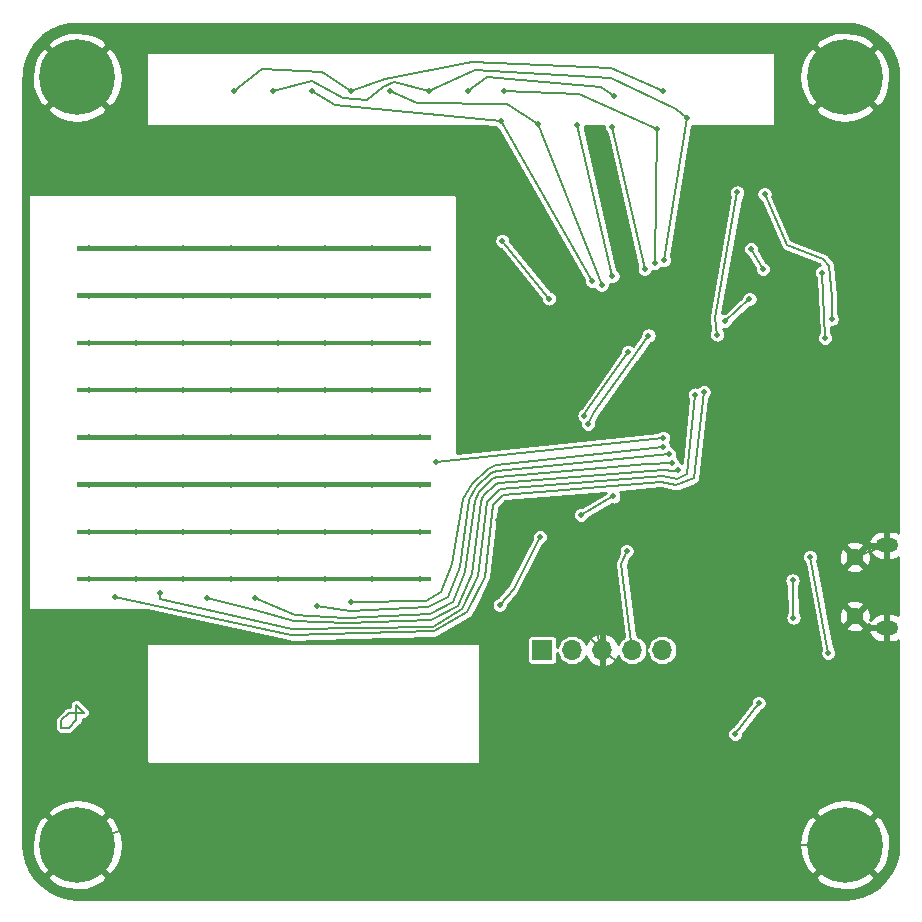
<source format=gbr>
G04 #@! TF.GenerationSoftware,KiCad,Pcbnew,5.1.5-52549c5~84~ubuntu18.04.1*
G04 #@! TF.CreationDate,2020-03-15T21:10:30-07:00*
G04 #@! TF.ProjectId,stm32f042cXt6_demo,73746d33-3266-4303-9432-635874365f64,rev?*
G04 #@! TF.SameCoordinates,Original*
G04 #@! TF.FileFunction,Copper,L2,Bot*
G04 #@! TF.FilePolarity,Positive*
%FSLAX46Y46*%
G04 Gerber Fmt 4.6, Leading zero omitted, Abs format (unit mm)*
G04 Created by KiCad (PCBNEW 5.1.5-52549c5~84~ubuntu18.04.1) date 2020-03-15 21:10:30*
%MOMM*%
%LPD*%
G04 APERTURE LIST*
%ADD10O,1.700000X1.700000*%
%ADD11R,1.700000X1.700000*%
%ADD12C,0.100000*%
%ADD13O,1.900000X1.200000*%
%ADD14C,1.450000*%
%ADD15C,0.800000*%
%ADD16C,6.400000*%
%ADD17C,0.508000*%
%ADD18C,0.203200*%
%ADD19C,0.254000*%
G04 APERTURE END LIST*
D10*
X84540000Y-78500000D03*
X82000000Y-78500000D03*
X79460000Y-78500000D03*
X76920000Y-78500000D03*
D11*
X74380000Y-78500000D03*
G04 #@! TA.AperFunction,Conductor*
D12*
G36*
X64948447Y-44309775D02*
G01*
X64953994Y-44310598D01*
X64959435Y-44311961D01*
X64964715Y-44313850D01*
X64969785Y-44316248D01*
X64974596Y-44319132D01*
X64979101Y-44322472D01*
X64983256Y-44326239D01*
X64987023Y-44330394D01*
X64990363Y-44334899D01*
X64993247Y-44339710D01*
X64995645Y-44344780D01*
X64997534Y-44350060D01*
X64998897Y-44355501D01*
X64999720Y-44361048D01*
X64999995Y-44366650D01*
X64999995Y-44633350D01*
X64999720Y-44638952D01*
X64998897Y-44644499D01*
X64997534Y-44649940D01*
X64995645Y-44655220D01*
X64993247Y-44660290D01*
X64990363Y-44665101D01*
X64987023Y-44669606D01*
X64983256Y-44673761D01*
X64979101Y-44677528D01*
X64974596Y-44680868D01*
X64969785Y-44683752D01*
X64964715Y-44686150D01*
X64959435Y-44688039D01*
X64953994Y-44689402D01*
X64948447Y-44690225D01*
X64942845Y-44690500D01*
X35057155Y-44690500D01*
X35051553Y-44690225D01*
X35046006Y-44689402D01*
X35040565Y-44688039D01*
X35035285Y-44686150D01*
X35030215Y-44683752D01*
X35025404Y-44680868D01*
X35020899Y-44677528D01*
X35016744Y-44673761D01*
X35012977Y-44669606D01*
X35009637Y-44665101D01*
X35006753Y-44660290D01*
X35004355Y-44655220D01*
X35002466Y-44649940D01*
X35001103Y-44644499D01*
X35000280Y-44638952D01*
X35000005Y-44633350D01*
X35000005Y-44366650D01*
X35000280Y-44361048D01*
X35001103Y-44355501D01*
X35002466Y-44350060D01*
X35004355Y-44344780D01*
X35006753Y-44339710D01*
X35009637Y-44334899D01*
X35012977Y-44330394D01*
X35016744Y-44326239D01*
X35020899Y-44322472D01*
X35025404Y-44319132D01*
X35030215Y-44316248D01*
X35035285Y-44313850D01*
X35040565Y-44311961D01*
X35046006Y-44310598D01*
X35051553Y-44309775D01*
X35057155Y-44309500D01*
X64942845Y-44309500D01*
X64948447Y-44309775D01*
G37*
G04 #@! TD.AperFunction*
G04 #@! TA.AperFunction,Conductor*
G36*
X64948447Y-48309775D02*
G01*
X64953994Y-48310598D01*
X64959435Y-48311961D01*
X64964715Y-48313850D01*
X64969785Y-48316248D01*
X64974596Y-48319132D01*
X64979101Y-48322472D01*
X64983256Y-48326239D01*
X64987023Y-48330394D01*
X64990363Y-48334899D01*
X64993247Y-48339710D01*
X64995645Y-48344780D01*
X64997534Y-48350060D01*
X64998897Y-48355501D01*
X64999720Y-48361048D01*
X64999995Y-48366650D01*
X64999995Y-48633350D01*
X64999720Y-48638952D01*
X64998897Y-48644499D01*
X64997534Y-48649940D01*
X64995645Y-48655220D01*
X64993247Y-48660290D01*
X64990363Y-48665101D01*
X64987023Y-48669606D01*
X64983256Y-48673761D01*
X64979101Y-48677528D01*
X64974596Y-48680868D01*
X64969785Y-48683752D01*
X64964715Y-48686150D01*
X64959435Y-48688039D01*
X64953994Y-48689402D01*
X64948447Y-48690225D01*
X64942845Y-48690500D01*
X35057155Y-48690500D01*
X35051553Y-48690225D01*
X35046006Y-48689402D01*
X35040565Y-48688039D01*
X35035285Y-48686150D01*
X35030215Y-48683752D01*
X35025404Y-48680868D01*
X35020899Y-48677528D01*
X35016744Y-48673761D01*
X35012977Y-48669606D01*
X35009637Y-48665101D01*
X35006753Y-48660290D01*
X35004355Y-48655220D01*
X35002466Y-48649940D01*
X35001103Y-48644499D01*
X35000280Y-48638952D01*
X35000005Y-48633350D01*
X35000005Y-48366650D01*
X35000280Y-48361048D01*
X35001103Y-48355501D01*
X35002466Y-48350060D01*
X35004355Y-48344780D01*
X35006753Y-48339710D01*
X35009637Y-48334899D01*
X35012977Y-48330394D01*
X35016744Y-48326239D01*
X35020899Y-48322472D01*
X35025404Y-48319132D01*
X35030215Y-48316248D01*
X35035285Y-48313850D01*
X35040565Y-48311961D01*
X35046006Y-48310598D01*
X35051553Y-48309775D01*
X35057155Y-48309500D01*
X64942845Y-48309500D01*
X64948447Y-48309775D01*
G37*
G04 #@! TD.AperFunction*
G04 #@! TA.AperFunction,Conductor*
G36*
X64948447Y-52309775D02*
G01*
X64953994Y-52310598D01*
X64959435Y-52311961D01*
X64964715Y-52313850D01*
X64969785Y-52316248D01*
X64974596Y-52319132D01*
X64979101Y-52322472D01*
X64983256Y-52326239D01*
X64987023Y-52330394D01*
X64990363Y-52334899D01*
X64993247Y-52339710D01*
X64995645Y-52344780D01*
X64997534Y-52350060D01*
X64998897Y-52355501D01*
X64999720Y-52361048D01*
X64999995Y-52366650D01*
X64999995Y-52633350D01*
X64999720Y-52638952D01*
X64998897Y-52644499D01*
X64997534Y-52649940D01*
X64995645Y-52655220D01*
X64993247Y-52660290D01*
X64990363Y-52665101D01*
X64987023Y-52669606D01*
X64983256Y-52673761D01*
X64979101Y-52677528D01*
X64974596Y-52680868D01*
X64969785Y-52683752D01*
X64964715Y-52686150D01*
X64959435Y-52688039D01*
X64953994Y-52689402D01*
X64948447Y-52690225D01*
X64942845Y-52690500D01*
X35057155Y-52690500D01*
X35051553Y-52690225D01*
X35046006Y-52689402D01*
X35040565Y-52688039D01*
X35035285Y-52686150D01*
X35030215Y-52683752D01*
X35025404Y-52680868D01*
X35020899Y-52677528D01*
X35016744Y-52673761D01*
X35012977Y-52669606D01*
X35009637Y-52665101D01*
X35006753Y-52660290D01*
X35004355Y-52655220D01*
X35002466Y-52649940D01*
X35001103Y-52644499D01*
X35000280Y-52638952D01*
X35000005Y-52633350D01*
X35000005Y-52366650D01*
X35000280Y-52361048D01*
X35001103Y-52355501D01*
X35002466Y-52350060D01*
X35004355Y-52344780D01*
X35006753Y-52339710D01*
X35009637Y-52334899D01*
X35012977Y-52330394D01*
X35016744Y-52326239D01*
X35020899Y-52322472D01*
X35025404Y-52319132D01*
X35030215Y-52316248D01*
X35035285Y-52313850D01*
X35040565Y-52311961D01*
X35046006Y-52310598D01*
X35051553Y-52309775D01*
X35057155Y-52309500D01*
X64942845Y-52309500D01*
X64948447Y-52309775D01*
G37*
G04 #@! TD.AperFunction*
G04 #@! TA.AperFunction,Conductor*
G36*
X64948447Y-56309775D02*
G01*
X64953994Y-56310598D01*
X64959435Y-56311961D01*
X64964715Y-56313850D01*
X64969785Y-56316248D01*
X64974596Y-56319132D01*
X64979101Y-56322472D01*
X64983256Y-56326239D01*
X64987023Y-56330394D01*
X64990363Y-56334899D01*
X64993247Y-56339710D01*
X64995645Y-56344780D01*
X64997534Y-56350060D01*
X64998897Y-56355501D01*
X64999720Y-56361048D01*
X64999995Y-56366650D01*
X64999995Y-56633350D01*
X64999720Y-56638952D01*
X64998897Y-56644499D01*
X64997534Y-56649940D01*
X64995645Y-56655220D01*
X64993247Y-56660290D01*
X64990363Y-56665101D01*
X64987023Y-56669606D01*
X64983256Y-56673761D01*
X64979101Y-56677528D01*
X64974596Y-56680868D01*
X64969785Y-56683752D01*
X64964715Y-56686150D01*
X64959435Y-56688039D01*
X64953994Y-56689402D01*
X64948447Y-56690225D01*
X64942845Y-56690500D01*
X35057155Y-56690500D01*
X35051553Y-56690225D01*
X35046006Y-56689402D01*
X35040565Y-56688039D01*
X35035285Y-56686150D01*
X35030215Y-56683752D01*
X35025404Y-56680868D01*
X35020899Y-56677528D01*
X35016744Y-56673761D01*
X35012977Y-56669606D01*
X35009637Y-56665101D01*
X35006753Y-56660290D01*
X35004355Y-56655220D01*
X35002466Y-56649940D01*
X35001103Y-56644499D01*
X35000280Y-56638952D01*
X35000005Y-56633350D01*
X35000005Y-56366650D01*
X35000280Y-56361048D01*
X35001103Y-56355501D01*
X35002466Y-56350060D01*
X35004355Y-56344780D01*
X35006753Y-56339710D01*
X35009637Y-56334899D01*
X35012977Y-56330394D01*
X35016744Y-56326239D01*
X35020899Y-56322472D01*
X35025404Y-56319132D01*
X35030215Y-56316248D01*
X35035285Y-56313850D01*
X35040565Y-56311961D01*
X35046006Y-56310598D01*
X35051553Y-56309775D01*
X35057155Y-56309500D01*
X64942845Y-56309500D01*
X64948447Y-56309775D01*
G37*
G04 #@! TD.AperFunction*
G04 #@! TA.AperFunction,Conductor*
G36*
X64948447Y-60309775D02*
G01*
X64953994Y-60310598D01*
X64959435Y-60311961D01*
X64964715Y-60313850D01*
X64969785Y-60316248D01*
X64974596Y-60319132D01*
X64979101Y-60322472D01*
X64983256Y-60326239D01*
X64987023Y-60330394D01*
X64990363Y-60334899D01*
X64993247Y-60339710D01*
X64995645Y-60344780D01*
X64997534Y-60350060D01*
X64998897Y-60355501D01*
X64999720Y-60361048D01*
X64999995Y-60366650D01*
X64999995Y-60633350D01*
X64999720Y-60638952D01*
X64998897Y-60644499D01*
X64997534Y-60649940D01*
X64995645Y-60655220D01*
X64993247Y-60660290D01*
X64990363Y-60665101D01*
X64987023Y-60669606D01*
X64983256Y-60673761D01*
X64979101Y-60677528D01*
X64974596Y-60680868D01*
X64969785Y-60683752D01*
X64964715Y-60686150D01*
X64959435Y-60688039D01*
X64953994Y-60689402D01*
X64948447Y-60690225D01*
X64942845Y-60690500D01*
X35057155Y-60690500D01*
X35051553Y-60690225D01*
X35046006Y-60689402D01*
X35040565Y-60688039D01*
X35035285Y-60686150D01*
X35030215Y-60683752D01*
X35025404Y-60680868D01*
X35020899Y-60677528D01*
X35016744Y-60673761D01*
X35012977Y-60669606D01*
X35009637Y-60665101D01*
X35006753Y-60660290D01*
X35004355Y-60655220D01*
X35002466Y-60649940D01*
X35001103Y-60644499D01*
X35000280Y-60638952D01*
X35000005Y-60633350D01*
X35000005Y-60366650D01*
X35000280Y-60361048D01*
X35001103Y-60355501D01*
X35002466Y-60350060D01*
X35004355Y-60344780D01*
X35006753Y-60339710D01*
X35009637Y-60334899D01*
X35012977Y-60330394D01*
X35016744Y-60326239D01*
X35020899Y-60322472D01*
X35025404Y-60319132D01*
X35030215Y-60316248D01*
X35035285Y-60313850D01*
X35040565Y-60311961D01*
X35046006Y-60310598D01*
X35051553Y-60309775D01*
X35057155Y-60309500D01*
X64942845Y-60309500D01*
X64948447Y-60309775D01*
G37*
G04 #@! TD.AperFunction*
G04 #@! TA.AperFunction,Conductor*
G36*
X64948447Y-64309775D02*
G01*
X64953994Y-64310598D01*
X64959435Y-64311961D01*
X64964715Y-64313850D01*
X64969785Y-64316248D01*
X64974596Y-64319132D01*
X64979101Y-64322472D01*
X64983256Y-64326239D01*
X64987023Y-64330394D01*
X64990363Y-64334899D01*
X64993247Y-64339710D01*
X64995645Y-64344780D01*
X64997534Y-64350060D01*
X64998897Y-64355501D01*
X64999720Y-64361048D01*
X64999995Y-64366650D01*
X64999995Y-64633350D01*
X64999720Y-64638952D01*
X64998897Y-64644499D01*
X64997534Y-64649940D01*
X64995645Y-64655220D01*
X64993247Y-64660290D01*
X64990363Y-64665101D01*
X64987023Y-64669606D01*
X64983256Y-64673761D01*
X64979101Y-64677528D01*
X64974596Y-64680868D01*
X64969785Y-64683752D01*
X64964715Y-64686150D01*
X64959435Y-64688039D01*
X64953994Y-64689402D01*
X64948447Y-64690225D01*
X64942845Y-64690500D01*
X35057155Y-64690500D01*
X35051553Y-64690225D01*
X35046006Y-64689402D01*
X35040565Y-64688039D01*
X35035285Y-64686150D01*
X35030215Y-64683752D01*
X35025404Y-64680868D01*
X35020899Y-64677528D01*
X35016744Y-64673761D01*
X35012977Y-64669606D01*
X35009637Y-64665101D01*
X35006753Y-64660290D01*
X35004355Y-64655220D01*
X35002466Y-64649940D01*
X35001103Y-64644499D01*
X35000280Y-64638952D01*
X35000005Y-64633350D01*
X35000005Y-64366650D01*
X35000280Y-64361048D01*
X35001103Y-64355501D01*
X35002466Y-64350060D01*
X35004355Y-64344780D01*
X35006753Y-64339710D01*
X35009637Y-64334899D01*
X35012977Y-64330394D01*
X35016744Y-64326239D01*
X35020899Y-64322472D01*
X35025404Y-64319132D01*
X35030215Y-64316248D01*
X35035285Y-64313850D01*
X35040565Y-64311961D01*
X35046006Y-64310598D01*
X35051553Y-64309775D01*
X35057155Y-64309500D01*
X64942845Y-64309500D01*
X64948447Y-64309775D01*
G37*
G04 #@! TD.AperFunction*
G04 #@! TA.AperFunction,Conductor*
G36*
X64948447Y-68309775D02*
G01*
X64953994Y-68310598D01*
X64959435Y-68311961D01*
X64964715Y-68313850D01*
X64969785Y-68316248D01*
X64974596Y-68319132D01*
X64979101Y-68322472D01*
X64983256Y-68326239D01*
X64987023Y-68330394D01*
X64990363Y-68334899D01*
X64993247Y-68339710D01*
X64995645Y-68344780D01*
X64997534Y-68350060D01*
X64998897Y-68355501D01*
X64999720Y-68361048D01*
X64999995Y-68366650D01*
X64999995Y-68633350D01*
X64999720Y-68638952D01*
X64998897Y-68644499D01*
X64997534Y-68649940D01*
X64995645Y-68655220D01*
X64993247Y-68660290D01*
X64990363Y-68665101D01*
X64987023Y-68669606D01*
X64983256Y-68673761D01*
X64979101Y-68677528D01*
X64974596Y-68680868D01*
X64969785Y-68683752D01*
X64964715Y-68686150D01*
X64959435Y-68688039D01*
X64953994Y-68689402D01*
X64948447Y-68690225D01*
X64942845Y-68690500D01*
X35057155Y-68690500D01*
X35051553Y-68690225D01*
X35046006Y-68689402D01*
X35040565Y-68688039D01*
X35035285Y-68686150D01*
X35030215Y-68683752D01*
X35025404Y-68680868D01*
X35020899Y-68677528D01*
X35016744Y-68673761D01*
X35012977Y-68669606D01*
X35009637Y-68665101D01*
X35006753Y-68660290D01*
X35004355Y-68655220D01*
X35002466Y-68649940D01*
X35001103Y-68644499D01*
X35000280Y-68638952D01*
X35000005Y-68633350D01*
X35000005Y-68366650D01*
X35000280Y-68361048D01*
X35001103Y-68355501D01*
X35002466Y-68350060D01*
X35004355Y-68344780D01*
X35006753Y-68339710D01*
X35009637Y-68334899D01*
X35012977Y-68330394D01*
X35016744Y-68326239D01*
X35020899Y-68322472D01*
X35025404Y-68319132D01*
X35030215Y-68316248D01*
X35035285Y-68313850D01*
X35040565Y-68311961D01*
X35046006Y-68310598D01*
X35051553Y-68309775D01*
X35057155Y-68309500D01*
X64942845Y-68309500D01*
X64948447Y-68309775D01*
G37*
G04 #@! TD.AperFunction*
G04 #@! TA.AperFunction,Conductor*
G36*
X64948447Y-72309775D02*
G01*
X64953994Y-72310598D01*
X64959435Y-72311961D01*
X64964715Y-72313850D01*
X64969785Y-72316248D01*
X64974596Y-72319132D01*
X64979101Y-72322472D01*
X64983256Y-72326239D01*
X64987023Y-72330394D01*
X64990363Y-72334899D01*
X64993247Y-72339710D01*
X64995645Y-72344780D01*
X64997534Y-72350060D01*
X64998897Y-72355501D01*
X64999720Y-72361048D01*
X64999995Y-72366650D01*
X64999995Y-72633350D01*
X64999720Y-72638952D01*
X64998897Y-72644499D01*
X64997534Y-72649940D01*
X64995645Y-72655220D01*
X64993247Y-72660290D01*
X64990363Y-72665101D01*
X64987023Y-72669606D01*
X64983256Y-72673761D01*
X64979101Y-72677528D01*
X64974596Y-72680868D01*
X64969785Y-72683752D01*
X64964715Y-72686150D01*
X64959435Y-72688039D01*
X64953994Y-72689402D01*
X64948447Y-72690225D01*
X64942845Y-72690500D01*
X35057155Y-72690500D01*
X35051553Y-72690225D01*
X35046006Y-72689402D01*
X35040565Y-72688039D01*
X35035285Y-72686150D01*
X35030215Y-72683752D01*
X35025404Y-72680868D01*
X35020899Y-72677528D01*
X35016744Y-72673761D01*
X35012977Y-72669606D01*
X35009637Y-72665101D01*
X35006753Y-72660290D01*
X35004355Y-72655220D01*
X35002466Y-72649940D01*
X35001103Y-72644499D01*
X35000280Y-72638952D01*
X35000005Y-72633350D01*
X35000005Y-72366650D01*
X35000280Y-72361048D01*
X35001103Y-72355501D01*
X35002466Y-72350060D01*
X35004355Y-72344780D01*
X35006753Y-72339710D01*
X35009637Y-72334899D01*
X35012977Y-72330394D01*
X35016744Y-72326239D01*
X35020899Y-72322472D01*
X35025404Y-72319132D01*
X35030215Y-72316248D01*
X35035285Y-72313850D01*
X35040565Y-72311961D01*
X35046006Y-72310598D01*
X35051553Y-72309775D01*
X35057155Y-72309500D01*
X64942845Y-72309500D01*
X64948447Y-72309775D01*
G37*
G04 #@! TD.AperFunction*
D13*
X103537500Y-69620000D03*
X103537500Y-76620000D03*
D14*
X100837500Y-70620000D03*
X100837500Y-75620000D03*
D15*
X36697056Y-28302944D03*
X35000000Y-27600000D03*
X33302944Y-28302944D03*
X32600000Y-30000000D03*
X33302944Y-31697056D03*
X35000000Y-32400000D03*
X36697056Y-31697056D03*
X37400000Y-30000000D03*
D16*
X35000000Y-30000000D03*
D15*
X101697056Y-28302944D03*
X100000000Y-27600000D03*
X98302944Y-28302944D03*
X97600000Y-30000000D03*
X98302944Y-31697056D03*
X100000000Y-32400000D03*
X101697056Y-31697056D03*
X102400000Y-30000000D03*
D16*
X100000000Y-30000000D03*
D15*
X36697056Y-93302944D03*
X35000000Y-92600000D03*
X33302944Y-93302944D03*
X32600000Y-95000000D03*
X33302944Y-96697056D03*
X35000000Y-97400000D03*
X36697056Y-96697056D03*
X37400000Y-95000000D03*
D16*
X35000000Y-95000000D03*
D15*
X101697056Y-93302944D03*
X100000000Y-92600000D03*
X98302944Y-93302944D03*
X97600000Y-95000000D03*
X98302944Y-96697056D03*
X100000000Y-97400000D03*
X101697056Y-96697056D03*
X102400000Y-95000000D03*
D16*
X100000000Y-95000000D03*
D17*
X96125000Y-42650000D03*
X98825000Y-43700000D03*
X88150000Y-43275000D03*
X88725000Y-46100000D03*
X90975000Y-45350000D03*
X91875000Y-81725000D03*
X85050000Y-82850000D03*
X74475000Y-73650000D03*
X74875000Y-66550000D03*
X89425000Y-72800000D03*
X86675000Y-66700000D03*
X84675000Y-53950000D03*
X85950000Y-49200000D03*
X81700000Y-56425000D03*
X79025000Y-52975000D03*
X79675000Y-54600000D03*
X74875000Y-50975000D03*
X81575000Y-67800000D03*
X70600000Y-67525000D03*
X75500000Y-59325000D03*
X88900000Y-55975000D03*
X86375000Y-92650000D03*
X78350000Y-92275000D03*
X69150000Y-92500000D03*
X42700000Y-92500000D03*
X51800000Y-92450000D03*
X61050000Y-92475000D03*
X78400000Y-89200000D03*
X80411300Y-60061300D03*
X74850000Y-44325000D03*
X39550000Y-77450000D03*
X78325000Y-65725000D03*
X103650000Y-60450000D03*
X96975000Y-86675000D03*
X93450000Y-88025000D03*
X103550000Y-53525000D03*
X100250000Y-53825000D03*
X98703629Y-58321371D03*
X98575000Y-74225000D03*
X96923134Y-74423134D03*
X83375000Y-51875000D03*
X78267105Y-59367105D03*
X98325000Y-52075000D03*
X98050000Y-46550000D03*
X93050000Y-46250000D03*
X92050000Y-44550000D03*
X90725000Y-85600000D03*
X92700000Y-83000000D03*
X97050000Y-70600000D03*
X98600000Y-78750000D03*
X95575000Y-72600000D03*
X95650000Y-75750000D03*
X81625000Y-53250000D03*
X77950000Y-58650000D03*
X77650000Y-67050000D03*
X80400000Y-65500000D03*
X81525000Y-70125000D03*
X80275000Y-34225000D03*
X83050000Y-46225000D03*
X58222893Y-31207106D03*
X84622893Y-31207106D03*
X48322893Y-31207106D03*
X52000000Y-44500000D03*
X48000000Y-44500000D03*
X44000000Y-44500000D03*
X40000000Y-44500000D03*
X36000000Y-44500000D03*
X56000000Y-44500000D03*
X60000000Y-44500000D03*
X64000000Y-44500000D03*
X84700000Y-45500000D03*
X64822893Y-31207107D03*
X51622893Y-31207106D03*
X86650000Y-33450000D03*
X64000000Y-48500000D03*
X60000000Y-48500000D03*
X56000000Y-48500000D03*
X52000000Y-48500000D03*
X48000000Y-48500000D03*
X36000000Y-48500000D03*
X40000000Y-48500000D03*
X44000000Y-48500000D03*
X78575000Y-47250000D03*
X70900000Y-33750000D03*
X54922893Y-31207107D03*
X36000000Y-52500000D03*
X40000000Y-52500000D03*
X44000000Y-52500000D03*
X48000000Y-52500000D03*
X52000000Y-52500000D03*
X56000000Y-52500000D03*
X60000000Y-52500000D03*
X64000000Y-52500000D03*
X84625000Y-60525000D03*
X65375000Y-62550000D03*
X74025000Y-33975000D03*
X79400000Y-47600000D03*
X61522893Y-31207107D03*
X84625000Y-61300000D03*
X58150000Y-74425000D03*
X55350000Y-74800000D03*
X85125000Y-61925000D03*
X80325000Y-46850000D03*
X77350000Y-34050000D03*
X68122893Y-31207106D03*
X80421109Y-31628891D03*
X85350000Y-62675000D03*
X50025000Y-74125000D03*
X83900000Y-45725000D03*
X84100000Y-34400000D03*
X71125000Y-31200000D03*
X46000000Y-74125000D03*
X85900000Y-63275000D03*
X87325000Y-56875000D03*
X42025000Y-73675000D03*
X38200000Y-73975000D03*
X88050000Y-56650000D03*
X74950000Y-48750000D03*
X71000000Y-43850000D03*
X74175000Y-68925000D03*
X70775000Y-74675000D03*
X36000000Y-56500000D03*
X40000000Y-56500000D03*
X44000000Y-56500000D03*
X48000000Y-56500000D03*
X52000000Y-56500000D03*
X56000000Y-56500000D03*
X60000000Y-56500000D03*
X64000000Y-56500000D03*
X64000000Y-60500000D03*
X60000000Y-60500000D03*
X56000000Y-60500000D03*
X52000000Y-60500000D03*
X48000000Y-60500000D03*
X44000000Y-60500000D03*
X40000000Y-60500000D03*
X36000000Y-60500000D03*
X36000000Y-64500000D03*
X40000000Y-64500000D03*
X44000000Y-64500000D03*
X48000000Y-64500000D03*
X52000000Y-64500000D03*
X56000000Y-64500000D03*
X60000000Y-64500000D03*
X64000000Y-64500000D03*
X64000000Y-68500000D03*
X60000000Y-68500000D03*
X56000000Y-68500000D03*
X52000000Y-68500000D03*
X48000000Y-68500000D03*
X44000000Y-68500000D03*
X40000000Y-68500000D03*
X36000000Y-68500000D03*
X36000000Y-72500000D03*
X40000000Y-72500000D03*
X44000000Y-72500000D03*
X48000000Y-72500000D03*
X52000000Y-72500000D03*
X56000000Y-72500000D03*
X60000000Y-72500000D03*
X64000000Y-72500000D03*
X93200000Y-39900000D03*
X98875000Y-50500000D03*
X89200000Y-51800000D03*
X90890433Y-39759567D03*
X89850000Y-50650000D03*
X91925000Y-48775000D03*
D18*
X34925000Y-83185000D02*
X35560000Y-83820000D01*
X35560000Y-83820000D02*
X34290000Y-83820000D01*
X34290000Y-83820000D02*
X33655000Y-84455000D01*
X33655000Y-84455000D02*
X33655000Y-85090000D01*
X33655000Y-85090000D02*
X34290000Y-85090000D01*
X34290000Y-85090000D02*
X34925000Y-84455000D01*
X34925000Y-84455000D02*
X34925000Y-83185000D01*
X96125000Y-42650000D02*
X98825000Y-43700000D01*
X88150000Y-43275000D02*
X88725000Y-46100000D01*
X90975000Y-45350000D02*
X92175000Y-39475000D01*
X92175000Y-39475000D02*
X93075000Y-38800000D01*
X93075000Y-38800000D02*
X94725000Y-39475000D01*
X94725000Y-39475000D02*
X96125000Y-42650000D01*
X91875000Y-81725000D02*
X85050000Y-82850000D01*
X85050000Y-82850000D02*
X79460000Y-78500000D01*
X74475000Y-73650000D02*
X79460000Y-78500000D01*
X76175000Y-67950000D02*
X79460000Y-78500000D01*
X89425000Y-72800000D02*
X83725000Y-68050000D01*
X100837500Y-70620000D02*
X103537500Y-69620000D01*
X86675000Y-66700000D02*
X83725000Y-68050000D01*
X84675000Y-53950000D02*
X84175000Y-51475000D01*
X84175000Y-51475000D02*
X85950000Y-49200000D01*
X81700000Y-56425000D02*
X84675000Y-53950000D01*
X79025000Y-52975000D02*
X81950000Y-51425000D01*
X81950000Y-51425000D02*
X83700000Y-51175000D01*
X83700000Y-51175000D02*
X84175000Y-51475000D01*
X79675000Y-54600000D02*
X79025000Y-52975000D01*
X74875000Y-50975000D02*
X68025000Y-40975000D01*
X68025000Y-40975000D02*
X62825000Y-35675000D01*
X62825000Y-35675000D02*
X40525000Y-35775000D01*
X40525000Y-35775000D02*
X35000000Y-30000000D01*
X82725000Y-68325000D02*
X83725000Y-68050000D01*
X81575000Y-67800000D02*
X82725000Y-68325000D01*
X81575000Y-67800000D02*
X78025000Y-67950000D01*
X78025000Y-67950000D02*
X76225000Y-67850000D01*
X76225000Y-67850000D02*
X76066666Y-67833334D01*
X74875000Y-66550000D02*
X76066666Y-67833334D01*
X76066666Y-67833334D02*
X76175000Y-67950000D01*
X74875000Y-66550000D02*
X70600000Y-67525000D01*
X75500000Y-59325000D02*
X74875000Y-50975000D01*
X88900000Y-55975000D02*
X89050000Y-61375000D01*
X89050000Y-61375000D02*
X86675000Y-66700000D01*
X42700000Y-92500000D02*
X35000000Y-95000000D01*
X42700000Y-92500000D02*
X51800000Y-92450000D01*
X51800000Y-92450000D02*
X61050000Y-92475000D01*
X69150000Y-92500000D02*
X61050000Y-92475000D01*
X69150000Y-92500000D02*
X78350000Y-92275000D01*
X78350000Y-92275000D02*
X86375000Y-92650000D01*
X85050000Y-82850000D02*
X86375000Y-92650000D01*
X86375000Y-92650000D02*
X90525000Y-94900000D01*
X90525000Y-94900000D02*
X100000000Y-95000000D01*
X86525000Y-92875000D02*
X86375000Y-92650000D01*
X78400000Y-89200000D02*
X86525000Y-92875000D01*
X85050000Y-82850000D02*
X83225000Y-78975000D01*
X83225000Y-78975000D02*
X83300000Y-77200000D01*
X91875000Y-81725000D02*
X95950000Y-82275000D01*
X95950000Y-82275000D02*
X96975000Y-86675000D01*
X96975000Y-86675000D02*
X93450000Y-88025000D01*
X103550000Y-53525000D02*
X100250000Y-53825000D01*
X98625000Y-58550000D02*
X98703629Y-58321371D01*
X100250000Y-53825000D02*
X98703629Y-58321371D01*
X83375000Y-51875000D02*
X82000000Y-53825000D01*
X82000000Y-53825000D02*
X78725000Y-58375000D01*
X78725000Y-58375000D02*
X78325000Y-59225000D01*
X78325000Y-59225000D02*
X78267105Y-59367105D01*
X98325000Y-52075000D02*
X98050000Y-46550000D01*
X93050000Y-46250000D02*
X92050000Y-44550000D01*
X90725000Y-85600000D02*
X92700000Y-83000000D01*
X98600000Y-78750000D02*
X97050000Y-70600000D01*
X95575000Y-72600000D02*
X95650000Y-75750000D01*
X81625000Y-53250000D02*
X78125000Y-58300000D01*
X78125000Y-58300000D02*
X77950000Y-58650000D01*
X80400000Y-65500000D02*
X77650000Y-67050000D01*
X81075000Y-71200000D02*
X82000000Y-78500000D01*
X81525000Y-70125000D02*
X81075000Y-71200000D01*
X80275000Y-34225000D02*
X83050000Y-46225000D01*
X58222893Y-31207106D02*
X61075000Y-30125000D01*
X61075000Y-30125000D02*
X68425000Y-28700000D01*
X68425000Y-28700000D02*
X80200000Y-29200000D01*
X80200000Y-29200000D02*
X84622893Y-31207106D01*
X48322893Y-31207106D02*
X50625000Y-29325000D01*
X50625000Y-29325000D02*
X55700000Y-29525000D01*
X55700000Y-29525000D02*
X58222893Y-31207106D01*
X51622893Y-31207106D02*
X54900000Y-30325000D01*
X54900000Y-30325000D02*
X57500000Y-31800000D01*
X57500000Y-31800000D02*
X59575000Y-31975000D01*
X59575000Y-31975000D02*
X60925000Y-30875000D01*
X60925000Y-30875000D02*
X61850000Y-30450000D01*
X61850000Y-30450000D02*
X64822893Y-31207107D01*
X68675000Y-29425000D02*
X64822893Y-31207107D01*
X84700000Y-45500000D02*
X86650000Y-33450000D01*
X86650000Y-33450000D02*
X85725000Y-32725000D01*
X85725000Y-32725000D02*
X80175000Y-30100000D01*
X80175000Y-30100000D02*
X68675000Y-29425000D01*
X78575000Y-47250000D02*
X70900000Y-33750000D01*
X54922893Y-31207107D02*
X56850000Y-32350000D01*
X56850000Y-32350000D02*
X70900000Y-33750000D01*
X84625000Y-60525000D02*
X65375000Y-62550000D01*
X74025000Y-33975000D02*
X79400000Y-47600000D01*
X61522893Y-31207107D02*
X63775000Y-32175000D01*
X63775000Y-32175000D02*
X71425000Y-32275000D01*
X71425000Y-32275000D02*
X74025000Y-33975000D01*
X66750000Y-71225000D02*
X65850000Y-73625000D01*
X65850000Y-73625000D02*
X64500000Y-74375000D01*
X64500000Y-74375000D02*
X58150000Y-74425000D01*
X84625000Y-61300000D02*
X70500000Y-62850000D01*
X66750000Y-71225000D02*
X67700000Y-65700000D01*
X67700000Y-65700000D02*
X68400000Y-64425000D01*
X68400000Y-64425000D02*
X69775000Y-63150000D01*
X69775000Y-63150000D02*
X70500000Y-62850000D01*
X55350000Y-74800000D02*
X58125000Y-75200000D01*
X58125000Y-75200000D02*
X64700000Y-74900000D01*
X64700000Y-74900000D02*
X66375000Y-73975000D01*
X66375000Y-73975000D02*
X67425000Y-71450000D01*
X70575000Y-63325000D02*
X85125000Y-61925000D01*
X70575000Y-63325000D02*
X70075000Y-63550000D01*
X70075000Y-63550000D02*
X68750000Y-64725000D01*
X68750000Y-64725000D02*
X68150000Y-65800000D01*
X68150000Y-65800000D02*
X67425000Y-71450000D01*
X80325000Y-46850000D02*
X77350000Y-34050000D01*
X68122893Y-31207106D02*
X69700000Y-30000000D01*
X69700000Y-30000000D02*
X79325000Y-30800000D01*
X79325000Y-30800000D02*
X80421109Y-31628891D01*
X67875000Y-71925000D02*
X66800000Y-74475000D01*
X66800000Y-74475000D02*
X64850000Y-75475000D01*
X64850000Y-75475000D02*
X57750000Y-75750000D01*
X57750000Y-75750000D02*
X53425000Y-75525000D01*
X53425000Y-75525000D02*
X50025000Y-74125000D01*
X83275000Y-62750000D02*
X70675000Y-63825000D01*
X85350000Y-62675000D02*
X83275000Y-62750000D01*
X67875000Y-71925000D02*
X68650000Y-65875000D01*
X68650000Y-65875000D02*
X69000000Y-65100000D01*
X69000000Y-65100000D02*
X70250000Y-63975000D01*
X70250000Y-63975000D02*
X70675000Y-63825000D01*
X83900000Y-45725000D02*
X84100000Y-34400000D01*
X71125000Y-31200000D02*
X77475000Y-31425000D01*
X77475000Y-31425000D02*
X84100000Y-34400000D01*
X46000000Y-74125000D02*
X50075000Y-75125000D01*
X50075000Y-75125000D02*
X53400000Y-76025000D01*
X53400000Y-76025000D02*
X57875000Y-76175000D01*
X57875000Y-76175000D02*
X64950000Y-75975000D01*
X64950000Y-75975000D02*
X67225000Y-74750000D01*
X67225000Y-74750000D02*
X68450000Y-72050000D01*
X85500000Y-63350000D02*
X85900000Y-63275000D01*
X70750000Y-64350000D02*
X84625000Y-63250000D01*
X84625000Y-63250000D02*
X85500000Y-63350000D01*
X70750000Y-64350000D02*
X70500000Y-64450000D01*
X70500000Y-64450000D02*
X69400000Y-65500000D01*
X69400000Y-65500000D02*
X69200000Y-66000000D01*
X69200000Y-66000000D02*
X68450000Y-72050000D01*
X69375000Y-68825000D02*
X68975000Y-72275000D01*
X68975000Y-72275000D02*
X67625000Y-75050000D01*
X67625000Y-75050000D02*
X65100000Y-76525000D01*
X65100000Y-76525000D02*
X53200000Y-76700000D01*
X53200000Y-76700000D02*
X42025000Y-74150000D01*
X42025000Y-74150000D02*
X42025000Y-73675000D01*
X84600000Y-63775000D02*
X70825000Y-64875000D01*
X85750000Y-64025000D02*
X84600000Y-63775000D01*
X87325000Y-56875000D02*
X86625000Y-63600000D01*
X86625000Y-63600000D02*
X85750000Y-64025000D01*
X70825000Y-64875000D02*
X69725000Y-65975000D01*
X69725000Y-65975000D02*
X69375000Y-68825000D01*
X38200000Y-73975000D02*
X53075000Y-77250000D01*
X53075000Y-77250000D02*
X65225000Y-76925000D01*
X65225000Y-76925000D02*
X68050000Y-75325000D01*
X68050000Y-75325000D02*
X69500000Y-72300000D01*
X69500000Y-72300000D02*
X70175000Y-66250000D01*
X70175000Y-66250000D02*
X71025000Y-65400000D01*
X71025000Y-65400000D02*
X84475000Y-64275000D01*
X84475000Y-64275000D02*
X85700000Y-64525000D01*
X85700000Y-64525000D02*
X87200000Y-63975000D01*
X87200000Y-63975000D02*
X88050000Y-56650000D01*
X74950000Y-48750000D02*
X71000000Y-43850000D01*
X74175000Y-68925000D02*
X71950000Y-73300000D01*
X71950000Y-73300000D02*
X70775000Y-74675000D01*
X93200000Y-39900000D02*
X95075000Y-44200000D01*
X95075000Y-44200000D02*
X98175000Y-45400000D01*
X98175000Y-45400000D02*
X98675000Y-46025000D01*
X98675000Y-46025000D02*
X98900000Y-48575000D01*
X98900000Y-48575000D02*
X98875000Y-50500000D01*
X90890433Y-39759567D02*
X89025000Y-50375000D01*
X89025000Y-50375000D02*
X89200000Y-51800000D01*
X89850000Y-50650000D02*
X91925000Y-48775000D01*
D19*
G36*
X100804212Y-25530390D02*
G01*
X101583000Y-25743443D01*
X102311752Y-26091040D01*
X102967436Y-26562197D01*
X103529317Y-27142013D01*
X103979645Y-27812172D01*
X104304180Y-28551483D01*
X104493510Y-29340093D01*
X104543201Y-30016760D01*
X104543200Y-68571956D01*
X104477446Y-68527610D01*
X104252996Y-68433507D01*
X104014500Y-68385000D01*
X103664500Y-68385000D01*
X103664500Y-69493000D01*
X103684500Y-69493000D01*
X103684500Y-69747000D01*
X103664500Y-69747000D01*
X103664500Y-70855000D01*
X104014500Y-70855000D01*
X104252996Y-70806493D01*
X104477446Y-70712390D01*
X104543200Y-70668044D01*
X104543200Y-75571956D01*
X104477446Y-75527610D01*
X104252996Y-75433507D01*
X104014500Y-75385000D01*
X103664500Y-75385000D01*
X103664500Y-76493000D01*
X103684500Y-76493000D01*
X103684500Y-76747000D01*
X103664500Y-76747000D01*
X103664500Y-77855000D01*
X104014500Y-77855000D01*
X104252996Y-77806493D01*
X104477446Y-77712390D01*
X104543200Y-77668044D01*
X104543200Y-94979651D01*
X104469610Y-95804212D01*
X104256557Y-96583001D01*
X103908960Y-97311752D01*
X103437803Y-97967436D01*
X102857987Y-98529317D01*
X102187824Y-98979647D01*
X101448517Y-99304180D01*
X100659901Y-99493510D01*
X99983254Y-99543200D01*
X35020349Y-99543200D01*
X34195788Y-99469610D01*
X33416999Y-99256557D01*
X32688248Y-98908960D01*
X32032564Y-98437803D01*
X31470683Y-97857987D01*
X31365113Y-97700881D01*
X32478724Y-97700881D01*
X32838912Y-98190548D01*
X33502882Y-98550849D01*
X34224385Y-98774694D01*
X34975695Y-98853480D01*
X35727938Y-98784178D01*
X36452208Y-98569452D01*
X37120670Y-98217555D01*
X37161088Y-98190548D01*
X37521276Y-97700881D01*
X97478724Y-97700881D01*
X97838912Y-98190548D01*
X98502882Y-98550849D01*
X99224385Y-98774694D01*
X99975695Y-98853480D01*
X100727938Y-98784178D01*
X101452208Y-98569452D01*
X102120670Y-98217555D01*
X102161088Y-98190548D01*
X102521276Y-97700881D01*
X100000000Y-95179605D01*
X97478724Y-97700881D01*
X37521276Y-97700881D01*
X35000000Y-95179605D01*
X32478724Y-97700881D01*
X31365113Y-97700881D01*
X31020353Y-97187824D01*
X30695820Y-96448517D01*
X30506490Y-95659901D01*
X30456800Y-94983254D01*
X30456800Y-94975695D01*
X31146520Y-94975695D01*
X31215822Y-95727938D01*
X31430548Y-96452208D01*
X31782445Y-97120670D01*
X31809452Y-97161088D01*
X32299119Y-97521276D01*
X34820395Y-95000000D01*
X35179605Y-95000000D01*
X37700881Y-97521276D01*
X38190548Y-97161088D01*
X38550849Y-96497118D01*
X38774694Y-95775615D01*
X38853480Y-95024305D01*
X38849002Y-94975695D01*
X96146520Y-94975695D01*
X96215822Y-95727938D01*
X96430548Y-96452208D01*
X96782445Y-97120670D01*
X96809452Y-97161088D01*
X97299119Y-97521276D01*
X99820395Y-95000000D01*
X100179605Y-95000000D01*
X102700881Y-97521276D01*
X103190548Y-97161088D01*
X103550849Y-96497118D01*
X103774694Y-95775615D01*
X103853480Y-95024305D01*
X103784178Y-94272062D01*
X103569452Y-93547792D01*
X103217555Y-92879330D01*
X103190548Y-92838912D01*
X102700881Y-92478724D01*
X100179605Y-95000000D01*
X99820395Y-95000000D01*
X97299119Y-92478724D01*
X96809452Y-92838912D01*
X96449151Y-93502882D01*
X96225306Y-94224385D01*
X96146520Y-94975695D01*
X38849002Y-94975695D01*
X38784178Y-94272062D01*
X38569452Y-93547792D01*
X38217555Y-92879330D01*
X38190548Y-92838912D01*
X37700881Y-92478724D01*
X35179605Y-95000000D01*
X34820395Y-95000000D01*
X32299119Y-92478724D01*
X31809452Y-92838912D01*
X31449151Y-93502882D01*
X31225306Y-94224385D01*
X31146520Y-94975695D01*
X30456800Y-94975695D01*
X30456800Y-92299119D01*
X32478724Y-92299119D01*
X35000000Y-94820395D01*
X37521276Y-92299119D01*
X97478724Y-92299119D01*
X100000000Y-94820395D01*
X102521276Y-92299119D01*
X102161088Y-91809452D01*
X101497118Y-91449151D01*
X100775615Y-91225306D01*
X100024305Y-91146520D01*
X99272062Y-91215822D01*
X98547792Y-91430548D01*
X97879330Y-91782445D01*
X97838912Y-91809452D01*
X97478724Y-92299119D01*
X37521276Y-92299119D01*
X37161088Y-91809452D01*
X36497118Y-91449151D01*
X35775615Y-91225306D01*
X35024305Y-91146520D01*
X34272062Y-91215822D01*
X33547792Y-91430548D01*
X32879330Y-91782445D01*
X32838912Y-91809452D01*
X32478724Y-92299119D01*
X30456800Y-92299119D01*
X30456800Y-85090000D01*
X33119020Y-85090000D01*
X33129319Y-85194565D01*
X33159819Y-85295111D01*
X33209349Y-85387775D01*
X33276005Y-85468995D01*
X33357225Y-85535651D01*
X33449889Y-85585181D01*
X33550435Y-85615681D01*
X33628805Y-85623400D01*
X33628806Y-85623400D01*
X33655000Y-85625980D01*
X33681195Y-85623400D01*
X34263813Y-85623400D01*
X34290000Y-85625979D01*
X34316187Y-85623400D01*
X34316195Y-85623400D01*
X34394565Y-85615681D01*
X34495111Y-85585181D01*
X34587775Y-85535651D01*
X34668995Y-85468995D01*
X34685696Y-85448645D01*
X35283645Y-84850696D01*
X35303995Y-84833995D01*
X35370651Y-84752775D01*
X35420181Y-84660111D01*
X35450681Y-84559565D01*
X35458400Y-84481195D01*
X35458400Y-84481194D01*
X35460980Y-84455000D01*
X35458400Y-84428805D01*
X35458400Y-84353400D01*
X35533806Y-84353400D01*
X35560000Y-84355980D01*
X35586194Y-84353400D01*
X35586195Y-84353400D01*
X35664565Y-84345681D01*
X35765111Y-84315181D01*
X35857775Y-84265651D01*
X35938995Y-84198995D01*
X36005651Y-84117775D01*
X36055181Y-84025111D01*
X36085681Y-83924565D01*
X36095980Y-83820000D01*
X36085681Y-83715435D01*
X36055181Y-83614889D01*
X36005651Y-83522225D01*
X35938995Y-83441005D01*
X35918645Y-83424304D01*
X35320696Y-82826355D01*
X35303995Y-82806005D01*
X35222775Y-82739349D01*
X35130111Y-82689819D01*
X35029565Y-82659319D01*
X34925000Y-82649020D01*
X34820436Y-82659319D01*
X34719890Y-82689819D01*
X34627226Y-82739349D01*
X34586616Y-82772677D01*
X34546005Y-82806005D01*
X34505395Y-82855489D01*
X34479350Y-82887225D01*
X34479349Y-82887227D01*
X34429819Y-82979890D01*
X34399319Y-83080436D01*
X34389021Y-83185000D01*
X34391601Y-83211196D01*
X34391601Y-83286600D01*
X34316194Y-83286600D01*
X34290000Y-83284020D01*
X34263806Y-83286600D01*
X34263805Y-83286600D01*
X34185435Y-83294319D01*
X34084889Y-83324819D01*
X33992225Y-83374349D01*
X33911005Y-83441005D01*
X33894307Y-83461352D01*
X33296355Y-84059304D01*
X33276005Y-84076005D01*
X33209349Y-84157225D01*
X33159819Y-84249890D01*
X33129319Y-84350436D01*
X33121600Y-84428806D01*
X33121600Y-84428813D01*
X33119021Y-84455000D01*
X33121600Y-84481187D01*
X33121600Y-85063805D01*
X33119020Y-85090000D01*
X30456800Y-85090000D01*
X30456800Y-78000000D01*
X40873000Y-78000000D01*
X40873000Y-88000000D01*
X40875440Y-88024776D01*
X40882667Y-88048601D01*
X40894403Y-88070557D01*
X40910197Y-88089803D01*
X40929443Y-88105597D01*
X40951399Y-88117333D01*
X40975224Y-88124560D01*
X41000000Y-88127000D01*
X69000000Y-88127000D01*
X69024776Y-88124560D01*
X69048601Y-88117333D01*
X69070557Y-88105597D01*
X69089803Y-88089803D01*
X69105597Y-88070557D01*
X69117333Y-88048601D01*
X69124560Y-88024776D01*
X69127000Y-88000000D01*
X69127000Y-85532455D01*
X90039200Y-85532455D01*
X90039200Y-85667545D01*
X90065555Y-85800040D01*
X90117252Y-85924848D01*
X90192305Y-86037172D01*
X90287828Y-86132695D01*
X90400152Y-86207748D01*
X90524960Y-86259445D01*
X90657455Y-86285800D01*
X90792545Y-86285800D01*
X90925040Y-86259445D01*
X91049848Y-86207748D01*
X91162172Y-86132695D01*
X91257695Y-86037172D01*
X91332748Y-85924848D01*
X91384445Y-85800040D01*
X91410800Y-85667545D01*
X91410800Y-85578988D01*
X92863375Y-83666738D01*
X92900040Y-83659445D01*
X93024848Y-83607748D01*
X93137172Y-83532695D01*
X93232695Y-83437172D01*
X93307748Y-83324848D01*
X93359445Y-83200040D01*
X93385800Y-83067545D01*
X93385800Y-82932455D01*
X93359445Y-82799960D01*
X93307748Y-82675152D01*
X93232695Y-82562828D01*
X93137172Y-82467305D01*
X93024848Y-82392252D01*
X92900040Y-82340555D01*
X92767545Y-82314200D01*
X92632455Y-82314200D01*
X92499960Y-82340555D01*
X92375152Y-82392252D01*
X92262828Y-82467305D01*
X92167305Y-82562828D01*
X92092252Y-82675152D01*
X92040555Y-82799960D01*
X92014200Y-82932455D01*
X92014200Y-83021011D01*
X90561626Y-84933262D01*
X90524960Y-84940555D01*
X90400152Y-84992252D01*
X90287828Y-85067305D01*
X90192305Y-85162828D01*
X90117252Y-85275152D01*
X90065555Y-85399960D01*
X90039200Y-85532455D01*
X69127000Y-85532455D01*
X69127000Y-78000000D01*
X69124560Y-77975224D01*
X69117333Y-77951399D01*
X69105597Y-77929443D01*
X69089803Y-77910197D01*
X69070557Y-77894403D01*
X69048601Y-77882667D01*
X69024776Y-77875440D01*
X69000000Y-77873000D01*
X41000000Y-77873000D01*
X40975224Y-77875440D01*
X40951399Y-77882667D01*
X40929443Y-77894403D01*
X40910197Y-77910197D01*
X40894403Y-77929443D01*
X40882667Y-77951399D01*
X40875440Y-77975224D01*
X40873000Y-78000000D01*
X30456800Y-78000000D01*
X30456800Y-40000000D01*
X30873000Y-40000000D01*
X30873000Y-75000000D01*
X30875440Y-75024776D01*
X30882667Y-75048601D01*
X30894403Y-75070557D01*
X30910197Y-75089803D01*
X30929443Y-75105597D01*
X30951399Y-75117333D01*
X30975224Y-75124560D01*
X31000000Y-75127000D01*
X40951649Y-75127000D01*
X52947027Y-77767999D01*
X52984529Y-77778289D01*
X53024397Y-77781141D01*
X53064088Y-77785868D01*
X53102865Y-77782845D01*
X58069212Y-77650000D01*
X73096111Y-77650000D01*
X73096111Y-79350000D01*
X73104448Y-79434648D01*
X73129139Y-79516042D01*
X73169234Y-79591056D01*
X73223194Y-79656806D01*
X73288944Y-79710766D01*
X73363958Y-79750861D01*
X73445352Y-79775552D01*
X73530000Y-79783889D01*
X75230000Y-79783889D01*
X75314648Y-79775552D01*
X75396042Y-79750861D01*
X75471056Y-79710766D01*
X75536806Y-79656806D01*
X75590766Y-79591056D01*
X75630861Y-79516042D01*
X75655552Y-79434648D01*
X75663889Y-79350000D01*
X75663889Y-78755393D01*
X75687459Y-78873887D01*
X75784084Y-79107160D01*
X75924361Y-79317100D01*
X76102900Y-79495639D01*
X76312840Y-79635916D01*
X76546113Y-79732541D01*
X76793754Y-79781800D01*
X77046246Y-79781800D01*
X77293887Y-79732541D01*
X77527160Y-79635916D01*
X77737100Y-79495639D01*
X77915639Y-79317100D01*
X78055916Y-79107160D01*
X78083594Y-79040340D01*
X78115843Y-79131252D01*
X78264822Y-79381355D01*
X78459731Y-79597588D01*
X78693080Y-79771641D01*
X78955901Y-79896825D01*
X79103110Y-79941476D01*
X79333000Y-79820155D01*
X79333000Y-78627000D01*
X79313000Y-78627000D01*
X79313000Y-78373000D01*
X79333000Y-78373000D01*
X79333000Y-77179845D01*
X79587000Y-77179845D01*
X79587000Y-78373000D01*
X79607000Y-78373000D01*
X79607000Y-78627000D01*
X79587000Y-78627000D01*
X79587000Y-79820155D01*
X79816890Y-79941476D01*
X79964099Y-79896825D01*
X80226920Y-79771641D01*
X80460269Y-79597588D01*
X80655178Y-79381355D01*
X80804157Y-79131252D01*
X80836406Y-79040340D01*
X80864084Y-79107160D01*
X81004361Y-79317100D01*
X81182900Y-79495639D01*
X81392840Y-79635916D01*
X81626113Y-79732541D01*
X81873754Y-79781800D01*
X82126246Y-79781800D01*
X82373887Y-79732541D01*
X82607160Y-79635916D01*
X82817100Y-79495639D01*
X82995639Y-79317100D01*
X83135916Y-79107160D01*
X83232541Y-78873887D01*
X83270000Y-78685568D01*
X83307459Y-78873887D01*
X83404084Y-79107160D01*
X83544361Y-79317100D01*
X83722900Y-79495639D01*
X83932840Y-79635916D01*
X84166113Y-79732541D01*
X84413754Y-79781800D01*
X84666246Y-79781800D01*
X84913887Y-79732541D01*
X85147160Y-79635916D01*
X85357100Y-79495639D01*
X85535639Y-79317100D01*
X85675916Y-79107160D01*
X85772541Y-78873887D01*
X85821800Y-78626246D01*
X85821800Y-78373754D01*
X85772541Y-78126113D01*
X85675916Y-77892840D01*
X85535639Y-77682900D01*
X85357100Y-77504361D01*
X85147160Y-77364084D01*
X84913887Y-77267459D01*
X84666246Y-77218200D01*
X84413754Y-77218200D01*
X84166113Y-77267459D01*
X83932840Y-77364084D01*
X83722900Y-77504361D01*
X83544361Y-77682900D01*
X83404084Y-77892840D01*
X83307459Y-78126113D01*
X83270000Y-78314432D01*
X83232541Y-78126113D01*
X83135916Y-77892840D01*
X82995639Y-77682900D01*
X82817100Y-77504361D01*
X82607160Y-77364084D01*
X82381907Y-77270781D01*
X81781503Y-72532455D01*
X94889200Y-72532455D01*
X94889200Y-72667545D01*
X94915555Y-72800040D01*
X94967252Y-72924848D01*
X95042305Y-73037172D01*
X95052091Y-73046958D01*
X95106428Y-75329107D01*
X95042252Y-75425152D01*
X94990555Y-75549960D01*
X94964200Y-75682455D01*
X94964200Y-75817545D01*
X94990555Y-75950040D01*
X95042252Y-76074848D01*
X95117305Y-76187172D01*
X95212828Y-76282695D01*
X95325152Y-76357748D01*
X95449960Y-76409445D01*
X95582455Y-76435800D01*
X95717545Y-76435800D01*
X95850040Y-76409445D01*
X95974848Y-76357748D01*
X96087172Y-76282695D01*
X96182695Y-76187172D01*
X96257748Y-76074848D01*
X96309445Y-75950040D01*
X96335800Y-75817545D01*
X96335800Y-75682455D01*
X96309445Y-75549960D01*
X96257748Y-75425152D01*
X96182695Y-75312828D01*
X96172909Y-75303042D01*
X96118572Y-73020893D01*
X96182748Y-72924848D01*
X96234445Y-72800040D01*
X96260800Y-72667545D01*
X96260800Y-72532455D01*
X96234445Y-72399960D01*
X96182748Y-72275152D01*
X96107695Y-72162828D01*
X96012172Y-72067305D01*
X95899848Y-71992252D01*
X95775040Y-71940555D01*
X95642545Y-71914200D01*
X95507455Y-71914200D01*
X95374960Y-71940555D01*
X95250152Y-71992252D01*
X95137828Y-72067305D01*
X95042305Y-72162828D01*
X94967252Y-72275152D01*
X94915555Y-72399960D01*
X94889200Y-72532455D01*
X81781503Y-72532455D01*
X81622094Y-71274422D01*
X81848631Y-70733252D01*
X81849848Y-70732748D01*
X81962172Y-70657695D01*
X82057695Y-70562172D01*
X82077551Y-70532455D01*
X96364200Y-70532455D01*
X96364200Y-70667545D01*
X96390555Y-70800040D01*
X96442252Y-70924848D01*
X96517305Y-71037172D01*
X96607298Y-71127165D01*
X97994592Y-78421650D01*
X97992252Y-78425152D01*
X97940555Y-78549960D01*
X97914200Y-78682455D01*
X97914200Y-78817545D01*
X97940555Y-78950040D01*
X97992252Y-79074848D01*
X98067305Y-79187172D01*
X98162828Y-79282695D01*
X98275152Y-79357748D01*
X98399960Y-79409445D01*
X98532455Y-79435800D01*
X98667545Y-79435800D01*
X98800040Y-79409445D01*
X98924848Y-79357748D01*
X99037172Y-79282695D01*
X99132695Y-79187172D01*
X99207748Y-79074848D01*
X99259445Y-78950040D01*
X99285800Y-78817545D01*
X99285800Y-78682455D01*
X99259445Y-78549960D01*
X99207748Y-78425152D01*
X99132695Y-78312828D01*
X99042702Y-78222835D01*
X98726293Y-76559133D01*
X100077972Y-76559133D01*
X100140465Y-76795450D01*
X100383178Y-76908850D01*
X100643349Y-76972719D01*
X100910982Y-76984604D01*
X101175791Y-76944048D01*
X101193523Y-76937609D01*
X101994038Y-76937609D01*
X101997909Y-76975282D01*
X102090079Y-77200533D01*
X102224422Y-77403474D01*
X102395775Y-77576307D01*
X102597554Y-77712390D01*
X102822004Y-77806493D01*
X103060500Y-77855000D01*
X103410500Y-77855000D01*
X103410500Y-76747000D01*
X102118769Y-76747000D01*
X101994038Y-76937609D01*
X101193523Y-76937609D01*
X101427600Y-76852609D01*
X101534535Y-76795450D01*
X101597028Y-76559133D01*
X100837500Y-75799605D01*
X100077972Y-76559133D01*
X98726293Y-76559133D01*
X98561660Y-75693482D01*
X99472896Y-75693482D01*
X99513452Y-75958291D01*
X99604891Y-76210100D01*
X99662050Y-76317035D01*
X99898367Y-76379528D01*
X100657895Y-75620000D01*
X101017105Y-75620000D01*
X101776633Y-76379528D01*
X102004997Y-76319138D01*
X102118769Y-76493000D01*
X103410500Y-76493000D01*
X103410500Y-75385000D01*
X103060500Y-75385000D01*
X102822004Y-75433507D01*
X102597554Y-75527610D01*
X102395775Y-75663693D01*
X102224422Y-75836526D01*
X102161329Y-75931836D01*
X102190219Y-75814151D01*
X102202104Y-75546518D01*
X102161548Y-75281709D01*
X102070109Y-75029900D01*
X102012950Y-74922965D01*
X101776633Y-74860472D01*
X101017105Y-75620000D01*
X100657895Y-75620000D01*
X99898367Y-74860472D01*
X99662050Y-74922965D01*
X99548650Y-75165678D01*
X99484781Y-75425849D01*
X99472896Y-75693482D01*
X98561660Y-75693482D01*
X98369077Y-74680867D01*
X100077972Y-74680867D01*
X100837500Y-75440395D01*
X101597028Y-74680867D01*
X101534535Y-74444550D01*
X101291822Y-74331150D01*
X101031651Y-74267281D01*
X100764018Y-74255396D01*
X100499209Y-74295952D01*
X100247400Y-74387391D01*
X100140465Y-74444550D01*
X100077972Y-74680867D01*
X98369077Y-74680867D01*
X97775372Y-71559133D01*
X100077972Y-71559133D01*
X100140465Y-71795450D01*
X100383178Y-71908850D01*
X100643349Y-71972719D01*
X100910982Y-71984604D01*
X101175791Y-71944048D01*
X101427600Y-71852609D01*
X101534535Y-71795450D01*
X101597028Y-71559133D01*
X100837500Y-70799605D01*
X100077972Y-71559133D01*
X97775372Y-71559133D01*
X97655407Y-70928351D01*
X97657748Y-70924848D01*
X97709445Y-70800040D01*
X97730640Y-70693482D01*
X99472896Y-70693482D01*
X99513452Y-70958291D01*
X99604891Y-71210100D01*
X99662050Y-71317035D01*
X99898367Y-71379528D01*
X100657895Y-70620000D01*
X101017105Y-70620000D01*
X101776633Y-71379528D01*
X102012950Y-71317035D01*
X102126350Y-71074322D01*
X102190219Y-70814151D01*
X102202104Y-70546518D01*
X102166885Y-70316558D01*
X102224422Y-70403474D01*
X102395775Y-70576307D01*
X102597554Y-70712390D01*
X102822004Y-70806493D01*
X103060500Y-70855000D01*
X103410500Y-70855000D01*
X103410500Y-69747000D01*
X102118769Y-69747000D01*
X102004997Y-69920862D01*
X101776633Y-69860472D01*
X101017105Y-70620000D01*
X100657895Y-70620000D01*
X99898367Y-69860472D01*
X99662050Y-69922965D01*
X99548650Y-70165678D01*
X99484781Y-70425849D01*
X99472896Y-70693482D01*
X97730640Y-70693482D01*
X97735800Y-70667545D01*
X97735800Y-70532455D01*
X97709445Y-70399960D01*
X97657748Y-70275152D01*
X97582695Y-70162828D01*
X97487172Y-70067305D01*
X97374848Y-69992252D01*
X97250040Y-69940555D01*
X97117545Y-69914200D01*
X96982455Y-69914200D01*
X96849960Y-69940555D01*
X96725152Y-69992252D01*
X96612828Y-70067305D01*
X96517305Y-70162828D01*
X96442252Y-70275152D01*
X96390555Y-70399960D01*
X96364200Y-70532455D01*
X82077551Y-70532455D01*
X82132748Y-70449848D01*
X82184445Y-70325040D01*
X82210800Y-70192545D01*
X82210800Y-70057455D01*
X82184445Y-69924960D01*
X82132748Y-69800152D01*
X82057695Y-69687828D01*
X82050734Y-69680867D01*
X100077972Y-69680867D01*
X100837500Y-70440395D01*
X101597028Y-69680867D01*
X101534535Y-69444550D01*
X101291822Y-69331150D01*
X101174672Y-69302391D01*
X101994038Y-69302391D01*
X102118769Y-69493000D01*
X103410500Y-69493000D01*
X103410500Y-68385000D01*
X103060500Y-68385000D01*
X102822004Y-68433507D01*
X102597554Y-68527610D01*
X102395775Y-68663693D01*
X102224422Y-68836526D01*
X102090079Y-69039467D01*
X101997909Y-69264718D01*
X101994038Y-69302391D01*
X101174672Y-69302391D01*
X101031651Y-69267281D01*
X100764018Y-69255396D01*
X100499209Y-69295952D01*
X100247400Y-69387391D01*
X100140465Y-69444550D01*
X100077972Y-69680867D01*
X82050734Y-69680867D01*
X81962172Y-69592305D01*
X81849848Y-69517252D01*
X81725040Y-69465555D01*
X81592545Y-69439200D01*
X81457455Y-69439200D01*
X81324960Y-69465555D01*
X81200152Y-69517252D01*
X81087828Y-69592305D01*
X80992305Y-69687828D01*
X80917252Y-69800152D01*
X80865555Y-69924960D01*
X80839200Y-70057455D01*
X80839200Y-70192545D01*
X80864737Y-70320926D01*
X80599975Y-70953414D01*
X80595452Y-70960609D01*
X80579718Y-71001806D01*
X80572856Y-71018198D01*
X80570374Y-71026270D01*
X80557964Y-71058764D01*
X80554967Y-71076385D01*
X80549714Y-71093470D01*
X80546175Y-71128070D01*
X80540345Y-71162347D01*
X80540843Y-71180210D01*
X80539024Y-71197995D01*
X80542304Y-71232624D01*
X80542539Y-71241064D01*
X80544773Y-71258692D01*
X80548931Y-71302597D01*
X80551368Y-71310739D01*
X81324211Y-77409940D01*
X81182900Y-77504361D01*
X81004361Y-77682900D01*
X80864084Y-77892840D01*
X80836406Y-77959660D01*
X80804157Y-77868748D01*
X80655178Y-77618645D01*
X80460269Y-77402412D01*
X80226920Y-77228359D01*
X79964099Y-77103175D01*
X79816890Y-77058524D01*
X79587000Y-77179845D01*
X79333000Y-77179845D01*
X79103110Y-77058524D01*
X78955901Y-77103175D01*
X78693080Y-77228359D01*
X78459731Y-77402412D01*
X78264822Y-77618645D01*
X78115843Y-77868748D01*
X78083594Y-77959660D01*
X78055916Y-77892840D01*
X77915639Y-77682900D01*
X77737100Y-77504361D01*
X77527160Y-77364084D01*
X77293887Y-77267459D01*
X77046246Y-77218200D01*
X76793754Y-77218200D01*
X76546113Y-77267459D01*
X76312840Y-77364084D01*
X76102900Y-77504361D01*
X75924361Y-77682900D01*
X75784084Y-77892840D01*
X75687459Y-78126113D01*
X75663889Y-78244607D01*
X75663889Y-77650000D01*
X75655552Y-77565352D01*
X75630861Y-77483958D01*
X75590766Y-77408944D01*
X75536806Y-77343194D01*
X75471056Y-77289234D01*
X75396042Y-77249139D01*
X75314648Y-77224448D01*
X75230000Y-77216111D01*
X73530000Y-77216111D01*
X73445352Y-77224448D01*
X73363958Y-77249139D01*
X73288944Y-77289234D01*
X73223194Y-77343194D01*
X73169234Y-77408944D01*
X73129139Y-77483958D01*
X73104448Y-77565352D01*
X73096111Y-77650000D01*
X58069212Y-77650000D01*
X65238743Y-77458222D01*
X65290560Y-77456955D01*
X65316850Y-77451054D01*
X65343584Y-77447697D01*
X65367991Y-77439574D01*
X65393079Y-77433943D01*
X65417706Y-77423029D01*
X65443278Y-77414519D01*
X65488293Y-77388888D01*
X68294606Y-75799473D01*
X68323156Y-75786151D01*
X68361316Y-75758156D01*
X68400050Y-75730881D01*
X68403658Y-75727093D01*
X68407873Y-75724000D01*
X68439816Y-75689122D01*
X68472508Y-75654791D01*
X68475312Y-75650364D01*
X68478837Y-75646515D01*
X68503354Y-75606089D01*
X68528728Y-75566027D01*
X68540076Y-75536615D01*
X68985458Y-74607455D01*
X70089200Y-74607455D01*
X70089200Y-74742545D01*
X70115555Y-74875040D01*
X70167252Y-74999848D01*
X70242305Y-75112172D01*
X70337828Y-75207695D01*
X70450152Y-75282748D01*
X70574960Y-75334445D01*
X70707455Y-75360800D01*
X70842545Y-75360800D01*
X70975040Y-75334445D01*
X71099848Y-75282748D01*
X71212172Y-75207695D01*
X71307695Y-75112172D01*
X71382748Y-74999848D01*
X71434445Y-74875040D01*
X71460800Y-74742545D01*
X71460800Y-74693521D01*
X72345502Y-73658233D01*
X72371164Y-73631503D01*
X72393652Y-73596316D01*
X72417570Y-73562017D01*
X72432444Y-73528036D01*
X74454856Y-69551384D01*
X74499848Y-69532748D01*
X74612172Y-69457695D01*
X74707695Y-69362172D01*
X74782748Y-69249848D01*
X74834445Y-69125040D01*
X74860800Y-68992545D01*
X74860800Y-68857455D01*
X74834445Y-68724960D01*
X74782748Y-68600152D01*
X74707695Y-68487828D01*
X74612172Y-68392305D01*
X74499848Y-68317252D01*
X74375040Y-68265555D01*
X74242545Y-68239200D01*
X74107455Y-68239200D01*
X73974960Y-68265555D01*
X73850152Y-68317252D01*
X73737828Y-68392305D01*
X73642305Y-68487828D01*
X73567252Y-68600152D01*
X73515555Y-68724960D01*
X73489200Y-68857455D01*
X73489200Y-68992545D01*
X73504110Y-69067501D01*
X71503301Y-73001678D01*
X70649582Y-74000712D01*
X70574960Y-74015555D01*
X70450152Y-74067252D01*
X70337828Y-74142305D01*
X70242305Y-74237828D01*
X70167252Y-74350152D01*
X70115555Y-74474960D01*
X70089200Y-74607455D01*
X68985458Y-74607455D01*
X69963096Y-72567904D01*
X69969384Y-72558752D01*
X69985749Y-72520646D01*
X69992319Y-72506939D01*
X69996099Y-72496544D01*
X70010845Y-72462208D01*
X70014016Y-72447276D01*
X70019233Y-72432932D01*
X70024908Y-72395995D01*
X70027206Y-72385178D01*
X70028891Y-72370078D01*
X70035190Y-72329081D01*
X70034703Y-72317985D01*
X70684379Y-66494962D01*
X71264076Y-65915265D01*
X79780757Y-65202904D01*
X79762475Y-65247040D01*
X77764017Y-66373444D01*
X77717545Y-66364200D01*
X77582455Y-66364200D01*
X77449960Y-66390555D01*
X77325152Y-66442252D01*
X77212828Y-66517305D01*
X77117305Y-66612828D01*
X77042252Y-66725152D01*
X76990555Y-66849960D01*
X76964200Y-66982455D01*
X76964200Y-67117545D01*
X76990555Y-67250040D01*
X77042252Y-67374848D01*
X77117305Y-67487172D01*
X77212828Y-67582695D01*
X77325152Y-67657748D01*
X77449960Y-67709445D01*
X77582455Y-67735800D01*
X77717545Y-67735800D01*
X77850040Y-67709445D01*
X77974848Y-67657748D01*
X78087172Y-67582695D01*
X78182695Y-67487172D01*
X78257748Y-67374848D01*
X78287525Y-67302959D01*
X80285984Y-66176556D01*
X80332455Y-66185800D01*
X80467545Y-66185800D01*
X80600040Y-66159445D01*
X80724848Y-66107748D01*
X80837172Y-66032695D01*
X80932695Y-65937172D01*
X81007748Y-65824848D01*
X81059445Y-65700040D01*
X81085800Y-65567545D01*
X81085800Y-65432455D01*
X81059445Y-65299960D01*
X81007748Y-65175152D01*
X80960364Y-65104238D01*
X84443265Y-64812917D01*
X85558159Y-65040447D01*
X85573844Y-65045921D01*
X85609505Y-65050926D01*
X85619007Y-65052865D01*
X85635448Y-65054567D01*
X85677895Y-65060524D01*
X85687637Y-65059969D01*
X85697338Y-65060973D01*
X85740009Y-65056984D01*
X85782794Y-65054546D01*
X85792236Y-65052102D01*
X85801952Y-65051194D01*
X85843028Y-65038956D01*
X85859031Y-65034814D01*
X85868138Y-65031475D01*
X85902648Y-65021193D01*
X85917337Y-65013435D01*
X87340348Y-64491665D01*
X87346665Y-64490522D01*
X87389553Y-64473623D01*
X87408219Y-64466779D01*
X87413985Y-64463996D01*
X87444421Y-64452004D01*
X87461184Y-64441219D01*
X87479142Y-64432553D01*
X87505278Y-64412850D01*
X87532783Y-64395154D01*
X87547116Y-64381310D01*
X87563042Y-64369304D01*
X87584832Y-64344881D01*
X87608356Y-64322159D01*
X87619715Y-64305782D01*
X87632991Y-64290901D01*
X87649595Y-64262701D01*
X87668237Y-64235822D01*
X87676183Y-64217542D01*
X87686300Y-64200359D01*
X87697084Y-64169459D01*
X87710124Y-64139461D01*
X87714350Y-64119987D01*
X87720922Y-64101157D01*
X87725470Y-64068746D01*
X87726825Y-64062504D01*
X87729111Y-64042803D01*
X87735524Y-63997106D01*
X87735158Y-63990690D01*
X88530151Y-57139716D01*
X88582695Y-57087172D01*
X88657748Y-56974848D01*
X88709445Y-56850040D01*
X88735800Y-56717545D01*
X88735800Y-56582455D01*
X88709445Y-56449960D01*
X88657748Y-56325152D01*
X88582695Y-56212828D01*
X88487172Y-56117305D01*
X88374848Y-56042252D01*
X88250040Y-55990555D01*
X88117545Y-55964200D01*
X87982455Y-55964200D01*
X87849960Y-55990555D01*
X87725152Y-56042252D01*
X87612828Y-56117305D01*
X87517305Y-56212828D01*
X87516604Y-56213877D01*
X87392545Y-56189200D01*
X87257455Y-56189200D01*
X87124960Y-56215555D01*
X87000152Y-56267252D01*
X86887828Y-56342305D01*
X86792305Y-56437828D01*
X86717252Y-56550152D01*
X86665555Y-56674960D01*
X86639200Y-56807455D01*
X86639200Y-56942545D01*
X86665555Y-57075040D01*
X86717252Y-57199848D01*
X86749830Y-57248604D01*
X86187421Y-62651749D01*
X86100040Y-62615555D01*
X86034831Y-62602584D01*
X86009445Y-62474960D01*
X85957748Y-62350152D01*
X85882695Y-62237828D01*
X85787172Y-62142305D01*
X85779435Y-62137135D01*
X85784445Y-62125040D01*
X85810800Y-61992545D01*
X85810800Y-61857455D01*
X85784445Y-61724960D01*
X85732748Y-61600152D01*
X85657695Y-61487828D01*
X85562172Y-61392305D01*
X85449848Y-61317252D01*
X85325040Y-61265555D01*
X85310800Y-61262722D01*
X85310800Y-61232455D01*
X85284445Y-61099960D01*
X85232748Y-60975152D01*
X85190885Y-60912500D01*
X85232748Y-60849848D01*
X85284445Y-60725040D01*
X85310800Y-60592545D01*
X85310800Y-60457455D01*
X85284445Y-60324960D01*
X85232748Y-60200152D01*
X85157695Y-60087828D01*
X85062172Y-59992305D01*
X84949848Y-59917252D01*
X84825040Y-59865555D01*
X84692545Y-59839200D01*
X84557455Y-59839200D01*
X84424960Y-59865555D01*
X84300152Y-59917252D01*
X84187828Y-59992305D01*
X84140510Y-60039623D01*
X67127000Y-61829356D01*
X67127000Y-58582455D01*
X77264200Y-58582455D01*
X77264200Y-58717545D01*
X77290555Y-58850040D01*
X77342252Y-58974848D01*
X77417305Y-59087172D01*
X77512828Y-59182695D01*
X77593790Y-59236793D01*
X77581305Y-59299560D01*
X77581305Y-59434650D01*
X77607660Y-59567145D01*
X77659357Y-59691953D01*
X77734410Y-59804277D01*
X77829933Y-59899800D01*
X77942257Y-59974853D01*
X78067065Y-60026550D01*
X78199560Y-60052905D01*
X78334650Y-60052905D01*
X78467145Y-60026550D01*
X78591953Y-59974853D01*
X78704277Y-59899800D01*
X78799800Y-59804277D01*
X78874853Y-59691953D01*
X78926550Y-59567145D01*
X78952905Y-59434650D01*
X78952905Y-59299560D01*
X78931073Y-59189803D01*
X79186675Y-58646651D01*
X82419137Y-54155751D01*
X82420830Y-54153791D01*
X82434399Y-54134547D01*
X82448220Y-54115346D01*
X82449526Y-54113095D01*
X83560659Y-52537305D01*
X83575040Y-52534445D01*
X83699848Y-52482748D01*
X83812172Y-52407695D01*
X83907695Y-52312172D01*
X83982748Y-52199848D01*
X84034445Y-52075040D01*
X84060800Y-51942545D01*
X84060800Y-51807455D01*
X84034445Y-51674960D01*
X83982748Y-51550152D01*
X83907695Y-51437828D01*
X83812172Y-51342305D01*
X83699848Y-51267252D01*
X83575040Y-51215555D01*
X83442545Y-51189200D01*
X83307455Y-51189200D01*
X83174960Y-51215555D01*
X83050152Y-51267252D01*
X82937828Y-51342305D01*
X82842305Y-51437828D01*
X82767252Y-51550152D01*
X82715555Y-51674960D01*
X82689200Y-51807455D01*
X82689200Y-51921984D01*
X82101011Y-52756144D01*
X82062172Y-52717305D01*
X81949848Y-52642252D01*
X81825040Y-52590555D01*
X81692545Y-52564200D01*
X81557455Y-52564200D01*
X81424960Y-52590555D01*
X81300152Y-52642252D01*
X81187828Y-52717305D01*
X81092305Y-52812828D01*
X81017252Y-52925152D01*
X80965555Y-53049960D01*
X80939200Y-53182455D01*
X80939200Y-53303119D01*
X77709750Y-57962756D01*
X77701580Y-57971383D01*
X77679890Y-58005839D01*
X77671678Y-58017688D01*
X77667850Y-58024566D01*
X77625152Y-58042252D01*
X77512828Y-58117305D01*
X77417305Y-58212828D01*
X77342252Y-58325152D01*
X77290555Y-58449960D01*
X77264200Y-58582455D01*
X67127000Y-58582455D01*
X67127000Y-50387003D01*
X88489155Y-50387003D01*
X88492374Y-50413574D01*
X88492385Y-50414017D01*
X88495594Y-50440146D01*
X88501793Y-50491311D01*
X88501928Y-50491722D01*
X88617973Y-51436659D01*
X88592252Y-51475152D01*
X88540555Y-51599960D01*
X88514200Y-51732455D01*
X88514200Y-51867545D01*
X88540555Y-52000040D01*
X88592252Y-52124848D01*
X88667305Y-52237172D01*
X88762828Y-52332695D01*
X88875152Y-52407748D01*
X88999960Y-52459445D01*
X89132455Y-52485800D01*
X89267545Y-52485800D01*
X89400040Y-52459445D01*
X89524848Y-52407748D01*
X89637172Y-52332695D01*
X89732695Y-52237172D01*
X89807748Y-52124848D01*
X89859445Y-52000040D01*
X89885800Y-51867545D01*
X89885800Y-51732455D01*
X89859445Y-51599960D01*
X89807748Y-51475152D01*
X89732695Y-51362828D01*
X89686600Y-51316733D01*
X89782455Y-51335800D01*
X89917545Y-51335800D01*
X90050040Y-51309445D01*
X90174848Y-51257748D01*
X90287172Y-51182695D01*
X90382695Y-51087172D01*
X90457748Y-50974848D01*
X90509445Y-50850040D01*
X90528122Y-50756146D01*
X91961639Y-49460800D01*
X91992545Y-49460800D01*
X92125040Y-49434445D01*
X92249848Y-49382748D01*
X92362172Y-49307695D01*
X92457695Y-49212172D01*
X92532748Y-49099848D01*
X92584445Y-48975040D01*
X92610800Y-48842545D01*
X92610800Y-48707455D01*
X92584445Y-48574960D01*
X92532748Y-48450152D01*
X92457695Y-48337828D01*
X92362172Y-48242305D01*
X92249848Y-48167252D01*
X92125040Y-48115555D01*
X91992545Y-48089200D01*
X91857455Y-48089200D01*
X91724960Y-48115555D01*
X91600152Y-48167252D01*
X91487828Y-48242305D01*
X91392305Y-48337828D01*
X91317252Y-48450152D01*
X91265555Y-48574960D01*
X91246878Y-48668853D01*
X89813362Y-49964200D01*
X89782455Y-49964200D01*
X89649960Y-49990555D01*
X89632888Y-49997626D01*
X90602059Y-44482455D01*
X91364200Y-44482455D01*
X91364200Y-44617545D01*
X91390555Y-44750040D01*
X91442252Y-44874848D01*
X91517305Y-44987172D01*
X91612828Y-45082695D01*
X91725152Y-45157748D01*
X91809117Y-45192527D01*
X92371080Y-46147866D01*
X92364200Y-46182455D01*
X92364200Y-46317545D01*
X92390555Y-46450040D01*
X92442252Y-46574848D01*
X92517305Y-46687172D01*
X92612828Y-46782695D01*
X92725152Y-46857748D01*
X92849960Y-46909445D01*
X92982455Y-46935800D01*
X93117545Y-46935800D01*
X93250040Y-46909445D01*
X93374848Y-46857748D01*
X93487172Y-46782695D01*
X93582695Y-46687172D01*
X93657748Y-46574848D01*
X93709445Y-46450040D01*
X93735800Y-46317545D01*
X93735800Y-46182455D01*
X93709445Y-46049960D01*
X93657748Y-45925152D01*
X93582695Y-45812828D01*
X93487172Y-45717305D01*
X93374848Y-45642252D01*
X93290883Y-45607473D01*
X92728920Y-44652135D01*
X92735800Y-44617545D01*
X92735800Y-44482455D01*
X92709445Y-44349960D01*
X92657748Y-44225152D01*
X92582695Y-44112828D01*
X92487172Y-44017305D01*
X92374848Y-43942252D01*
X92250040Y-43890555D01*
X92117545Y-43864200D01*
X91982455Y-43864200D01*
X91849960Y-43890555D01*
X91725152Y-43942252D01*
X91612828Y-44017305D01*
X91517305Y-44112828D01*
X91442252Y-44225152D01*
X91390555Y-44349960D01*
X91364200Y-44482455D01*
X90602059Y-44482455D01*
X91340696Y-40279171D01*
X91423128Y-40196739D01*
X91498181Y-40084415D01*
X91549878Y-39959607D01*
X91575170Y-39832455D01*
X92514200Y-39832455D01*
X92514200Y-39967545D01*
X92540555Y-40100040D01*
X92592252Y-40224848D01*
X92667305Y-40337172D01*
X92762828Y-40432695D01*
X92875152Y-40507748D01*
X92884855Y-40511767D01*
X94576115Y-44390391D01*
X94584747Y-44416623D01*
X94609874Y-44461100D01*
X94634931Y-44505963D01*
X94635784Y-44506964D01*
X94636428Y-44508104D01*
X94669818Y-44546906D01*
X94703077Y-44585937D01*
X94704106Y-44586750D01*
X94704963Y-44587746D01*
X94745259Y-44619269D01*
X94785516Y-44651080D01*
X94786689Y-44651680D01*
X94787719Y-44652485D01*
X94833347Y-44675520D01*
X94879080Y-44698888D01*
X94905661Y-44706418D01*
X97848327Y-45845515D01*
X97879637Y-45884652D01*
X97849960Y-45890555D01*
X97725152Y-45942252D01*
X97612828Y-46017305D01*
X97517305Y-46112828D01*
X97442252Y-46225152D01*
X97390555Y-46349960D01*
X97364200Y-46482455D01*
X97364200Y-46617545D01*
X97390555Y-46750040D01*
X97442252Y-46874848D01*
X97517305Y-46987172D01*
X97538768Y-47008635D01*
X97770783Y-51670037D01*
X97717252Y-51750152D01*
X97665555Y-51874960D01*
X97639200Y-52007455D01*
X97639200Y-52142545D01*
X97665555Y-52275040D01*
X97717252Y-52399848D01*
X97792305Y-52512172D01*
X97887828Y-52607695D01*
X98000152Y-52682748D01*
X98124960Y-52734445D01*
X98257455Y-52760800D01*
X98392545Y-52760800D01*
X98525040Y-52734445D01*
X98649848Y-52682748D01*
X98762172Y-52607695D01*
X98857695Y-52512172D01*
X98932748Y-52399848D01*
X98984445Y-52275040D01*
X99010800Y-52142545D01*
X99010800Y-52007455D01*
X98984445Y-51874960D01*
X98932748Y-51750152D01*
X98857695Y-51637828D01*
X98836232Y-51616365D01*
X98814801Y-51185800D01*
X98942545Y-51185800D01*
X99075040Y-51159445D01*
X99199848Y-51107748D01*
X99312172Y-51032695D01*
X99407695Y-50937172D01*
X99482748Y-50824848D01*
X99534445Y-50700040D01*
X99560800Y-50567545D01*
X99560800Y-50432455D01*
X99534445Y-50299960D01*
X99482748Y-50175152D01*
X99413999Y-50072263D01*
X99432683Y-48633692D01*
X99432837Y-48632955D01*
X99433360Y-48581492D01*
X99433695Y-48555735D01*
X99433630Y-48554976D01*
X99433638Y-48554210D01*
X99431357Y-48528360D01*
X99426994Y-48477271D01*
X99426786Y-48476551D01*
X99208692Y-46004827D01*
X99209013Y-45979127D01*
X99204087Y-45952640D01*
X99204033Y-45952024D01*
X99199328Y-45927045D01*
X99189803Y-45875828D01*
X99189569Y-45875244D01*
X99189455Y-45874636D01*
X99170188Y-45826750D01*
X99150809Y-45778261D01*
X99150468Y-45777737D01*
X99150236Y-45777160D01*
X99121969Y-45733910D01*
X99107879Y-45712242D01*
X99107488Y-45711753D01*
X99092753Y-45689208D01*
X99074770Y-45670855D01*
X98618310Y-45100281D01*
X98613572Y-45091895D01*
X98585549Y-45059331D01*
X98575151Y-45046333D01*
X98568467Y-45039480D01*
X98545037Y-45012253D01*
X98531845Y-45001933D01*
X98520166Y-44989959D01*
X98490575Y-44969648D01*
X98462281Y-44947514D01*
X98447336Y-44939969D01*
X98433539Y-44930499D01*
X98400547Y-44916348D01*
X98391982Y-44912024D01*
X98376434Y-44906006D01*
X98336976Y-44889081D01*
X98327555Y-44887085D01*
X95475018Y-43782877D01*
X93862479Y-40084787D01*
X93885800Y-39967545D01*
X93885800Y-39832455D01*
X93859445Y-39699960D01*
X93807748Y-39575152D01*
X93732695Y-39462828D01*
X93637172Y-39367305D01*
X93524848Y-39292252D01*
X93400040Y-39240555D01*
X93267545Y-39214200D01*
X93132455Y-39214200D01*
X92999960Y-39240555D01*
X92875152Y-39292252D01*
X92762828Y-39367305D01*
X92667305Y-39462828D01*
X92592252Y-39575152D01*
X92540555Y-39699960D01*
X92514200Y-39832455D01*
X91575170Y-39832455D01*
X91576233Y-39827112D01*
X91576233Y-39692022D01*
X91549878Y-39559527D01*
X91498181Y-39434719D01*
X91423128Y-39322395D01*
X91327605Y-39226872D01*
X91215281Y-39151819D01*
X91090473Y-39100122D01*
X90957978Y-39073767D01*
X90822888Y-39073767D01*
X90690393Y-39100122D01*
X90565585Y-39151819D01*
X90453261Y-39226872D01*
X90357738Y-39322395D01*
X90282685Y-39434719D01*
X90230988Y-39559527D01*
X90204633Y-39692022D01*
X90204633Y-39827112D01*
X90230988Y-39959607D01*
X90282685Y-40084415D01*
X90289882Y-40095185D01*
X88508667Y-50231373D01*
X88508511Y-50231777D01*
X88499670Y-50282574D01*
X88495117Y-50308481D01*
X88495083Y-50308923D01*
X88490494Y-50335291D01*
X88491116Y-50361178D01*
X88489155Y-50387003D01*
X67127000Y-50387003D01*
X67127000Y-43782455D01*
X70314200Y-43782455D01*
X70314200Y-43917545D01*
X70340555Y-44050040D01*
X70392252Y-44174848D01*
X70467305Y-44287172D01*
X70562828Y-44382695D01*
X70675152Y-44457748D01*
X70799960Y-44509445D01*
X70855345Y-44520462D01*
X74264200Y-48749169D01*
X74264200Y-48817545D01*
X74290555Y-48950040D01*
X74342252Y-49074848D01*
X74417305Y-49187172D01*
X74512828Y-49282695D01*
X74625152Y-49357748D01*
X74749960Y-49409445D01*
X74882455Y-49435800D01*
X75017545Y-49435800D01*
X75150040Y-49409445D01*
X75274848Y-49357748D01*
X75387172Y-49282695D01*
X75482695Y-49187172D01*
X75557748Y-49074848D01*
X75609445Y-48950040D01*
X75635800Y-48817545D01*
X75635800Y-48682455D01*
X75609445Y-48549960D01*
X75557748Y-48425152D01*
X75482695Y-48312828D01*
X75387172Y-48217305D01*
X75274848Y-48142252D01*
X75150040Y-48090555D01*
X75094656Y-48079538D01*
X71685800Y-43850832D01*
X71685800Y-43782455D01*
X71659445Y-43649960D01*
X71607748Y-43525152D01*
X71532695Y-43412828D01*
X71437172Y-43317305D01*
X71324848Y-43242252D01*
X71200040Y-43190555D01*
X71067545Y-43164200D01*
X70932455Y-43164200D01*
X70799960Y-43190555D01*
X70675152Y-43242252D01*
X70562828Y-43317305D01*
X70467305Y-43412828D01*
X70392252Y-43525152D01*
X70340555Y-43649960D01*
X70314200Y-43782455D01*
X67127000Y-43782455D01*
X67127000Y-40000000D01*
X67124560Y-39975224D01*
X67117333Y-39951399D01*
X67105597Y-39929443D01*
X67089803Y-39910197D01*
X67070557Y-39894403D01*
X67048601Y-39882667D01*
X67024776Y-39875440D01*
X67000000Y-39873000D01*
X31000000Y-39873000D01*
X30975224Y-39875440D01*
X30951399Y-39882667D01*
X30929443Y-39894403D01*
X30910197Y-39910197D01*
X30894403Y-39929443D01*
X30882667Y-39951399D01*
X30875440Y-39975224D01*
X30873000Y-40000000D01*
X30456800Y-40000000D01*
X30456800Y-32700881D01*
X32478724Y-32700881D01*
X32838912Y-33190548D01*
X33502882Y-33550849D01*
X34224385Y-33774694D01*
X34975695Y-33853480D01*
X35727938Y-33784178D01*
X36452208Y-33569452D01*
X37120670Y-33217555D01*
X37161088Y-33190548D01*
X37521276Y-32700881D01*
X35000000Y-30179605D01*
X32478724Y-32700881D01*
X30456800Y-32700881D01*
X30456800Y-30020349D01*
X30460785Y-29975695D01*
X31146520Y-29975695D01*
X31215822Y-30727938D01*
X31430548Y-31452208D01*
X31782445Y-32120670D01*
X31809452Y-32161088D01*
X32299119Y-32521276D01*
X34820395Y-30000000D01*
X35179605Y-30000000D01*
X37700881Y-32521276D01*
X38190548Y-32161088D01*
X38550849Y-31497118D01*
X38774694Y-30775615D01*
X38853480Y-30024305D01*
X38784178Y-29272062D01*
X38569452Y-28547792D01*
X38281080Y-28000000D01*
X40873000Y-28000000D01*
X40873000Y-34000000D01*
X40875440Y-34024776D01*
X40882667Y-34048601D01*
X40894403Y-34070557D01*
X40910197Y-34089803D01*
X40929443Y-34105597D01*
X40951399Y-34117333D01*
X40975224Y-34124560D01*
X41000000Y-34127000D01*
X69303913Y-34127000D01*
X70418161Y-34238028D01*
X70462828Y-34282695D01*
X70575152Y-34357748D01*
X70649434Y-34388516D01*
X77897967Y-47138381D01*
X77889200Y-47182455D01*
X77889200Y-47317545D01*
X77915555Y-47450040D01*
X77967252Y-47574848D01*
X78042305Y-47687172D01*
X78137828Y-47782695D01*
X78250152Y-47857748D01*
X78374960Y-47909445D01*
X78507455Y-47935800D01*
X78642545Y-47935800D01*
X78775040Y-47909445D01*
X78784286Y-47905615D01*
X78792252Y-47924848D01*
X78867305Y-48037172D01*
X78962828Y-48132695D01*
X79075152Y-48207748D01*
X79199960Y-48259445D01*
X79332455Y-48285800D01*
X79467545Y-48285800D01*
X79600040Y-48259445D01*
X79724848Y-48207748D01*
X79837172Y-48132695D01*
X79932695Y-48037172D01*
X80007748Y-47924848D01*
X80059445Y-47800040D01*
X80085800Y-47667545D01*
X80085800Y-47532455D01*
X80077296Y-47489702D01*
X80124960Y-47509445D01*
X80257455Y-47535800D01*
X80392545Y-47535800D01*
X80525040Y-47509445D01*
X80649848Y-47457748D01*
X80762172Y-47382695D01*
X80857695Y-47287172D01*
X80932748Y-47174848D01*
X80984445Y-47050040D01*
X81010800Y-46917545D01*
X81010800Y-46782455D01*
X80984445Y-46649960D01*
X80932748Y-46525152D01*
X80857695Y-46412828D01*
X80762172Y-46317305D01*
X80746350Y-46306733D01*
X77967594Y-34351077D01*
X78009445Y-34250040D01*
X78033919Y-34127000D01*
X79595258Y-34127000D01*
X79589200Y-34157455D01*
X79589200Y-34292545D01*
X79615555Y-34425040D01*
X79667252Y-34549848D01*
X79742305Y-34662172D01*
X79837828Y-34757695D01*
X79853064Y-34767875D01*
X82432722Y-45923158D01*
X82390555Y-46024960D01*
X82364200Y-46157455D01*
X82364200Y-46292545D01*
X82390555Y-46425040D01*
X82442252Y-46549848D01*
X82517305Y-46662172D01*
X82612828Y-46757695D01*
X82725152Y-46832748D01*
X82849960Y-46884445D01*
X82982455Y-46910800D01*
X83117545Y-46910800D01*
X83250040Y-46884445D01*
X83374848Y-46832748D01*
X83487172Y-46757695D01*
X83582695Y-46662172D01*
X83657748Y-46549848D01*
X83709445Y-46425040D01*
X83716852Y-46387805D01*
X83832455Y-46410800D01*
X83967545Y-46410800D01*
X84100040Y-46384445D01*
X84224848Y-46332748D01*
X84337172Y-46257695D01*
X84432695Y-46162172D01*
X84448703Y-46138214D01*
X84499960Y-46159445D01*
X84632455Y-46185800D01*
X84767545Y-46185800D01*
X84900040Y-46159445D01*
X85024848Y-46107748D01*
X85137172Y-46032695D01*
X85232695Y-45937172D01*
X85307748Y-45824848D01*
X85359445Y-45700040D01*
X85385800Y-45567545D01*
X85385800Y-45432455D01*
X85359445Y-45299960D01*
X85307748Y-45175152D01*
X85295801Y-45157272D01*
X87080783Y-34127000D01*
X94000000Y-34127000D01*
X94024776Y-34124560D01*
X94048601Y-34117333D01*
X94070557Y-34105597D01*
X94089803Y-34089803D01*
X94105597Y-34070557D01*
X94117333Y-34048601D01*
X94124560Y-34024776D01*
X94127000Y-34000000D01*
X94127000Y-32700881D01*
X97478724Y-32700881D01*
X97838912Y-33190548D01*
X98502882Y-33550849D01*
X99224385Y-33774694D01*
X99975695Y-33853480D01*
X100727938Y-33784178D01*
X101452208Y-33569452D01*
X102120670Y-33217555D01*
X102161088Y-33190548D01*
X102521276Y-32700881D01*
X100000000Y-30179605D01*
X97478724Y-32700881D01*
X94127000Y-32700881D01*
X94127000Y-29975695D01*
X96146520Y-29975695D01*
X96215822Y-30727938D01*
X96430548Y-31452208D01*
X96782445Y-32120670D01*
X96809452Y-32161088D01*
X97299119Y-32521276D01*
X99820395Y-30000000D01*
X100179605Y-30000000D01*
X102700881Y-32521276D01*
X103190548Y-32161088D01*
X103550849Y-31497118D01*
X103774694Y-30775615D01*
X103853480Y-30024305D01*
X103784178Y-29272062D01*
X103569452Y-28547792D01*
X103217555Y-27879330D01*
X103190548Y-27838912D01*
X102700881Y-27478724D01*
X100179605Y-30000000D01*
X99820395Y-30000000D01*
X97299119Y-27478724D01*
X96809452Y-27838912D01*
X96449151Y-28502882D01*
X96225306Y-29224385D01*
X96146520Y-29975695D01*
X94127000Y-29975695D01*
X94127000Y-28000000D01*
X94124560Y-27975224D01*
X94117333Y-27951399D01*
X94105597Y-27929443D01*
X94089803Y-27910197D01*
X94070557Y-27894403D01*
X94048601Y-27882667D01*
X94024776Y-27875440D01*
X94000000Y-27873000D01*
X41000000Y-27873000D01*
X40975224Y-27875440D01*
X40951399Y-27882667D01*
X40929443Y-27894403D01*
X40910197Y-27910197D01*
X40894403Y-27929443D01*
X40882667Y-27951399D01*
X40875440Y-27975224D01*
X40873000Y-28000000D01*
X38281080Y-28000000D01*
X38217555Y-27879330D01*
X38190548Y-27838912D01*
X37700881Y-27478724D01*
X35179605Y-30000000D01*
X34820395Y-30000000D01*
X32299119Y-27478724D01*
X31809452Y-27838912D01*
X31449151Y-28502882D01*
X31225306Y-29224385D01*
X31146520Y-29975695D01*
X30460785Y-29975695D01*
X30530390Y-29195788D01*
X30743443Y-28417000D01*
X31091040Y-27688248D01*
X31370657Y-27299119D01*
X32478724Y-27299119D01*
X35000000Y-29820395D01*
X37521276Y-27299119D01*
X97478724Y-27299119D01*
X100000000Y-29820395D01*
X102521276Y-27299119D01*
X102161088Y-26809452D01*
X101497118Y-26449151D01*
X100775615Y-26225306D01*
X100024305Y-26146520D01*
X99272062Y-26215822D01*
X98547792Y-26430548D01*
X97879330Y-26782445D01*
X97838912Y-26809452D01*
X97478724Y-27299119D01*
X37521276Y-27299119D01*
X37161088Y-26809452D01*
X36497118Y-26449151D01*
X35775615Y-26225306D01*
X35024305Y-26146520D01*
X34272062Y-26215822D01*
X33547792Y-26430548D01*
X32879330Y-26782445D01*
X32838912Y-26809452D01*
X32478724Y-27299119D01*
X31370657Y-27299119D01*
X31562197Y-27032564D01*
X32142013Y-26470683D01*
X32812172Y-26020355D01*
X33551483Y-25695820D01*
X34340093Y-25506490D01*
X35016746Y-25456800D01*
X99979651Y-25456800D01*
X100804212Y-25530390D01*
G37*
X100804212Y-25530390D02*
X101583000Y-25743443D01*
X102311752Y-26091040D01*
X102967436Y-26562197D01*
X103529317Y-27142013D01*
X103979645Y-27812172D01*
X104304180Y-28551483D01*
X104493510Y-29340093D01*
X104543201Y-30016760D01*
X104543200Y-68571956D01*
X104477446Y-68527610D01*
X104252996Y-68433507D01*
X104014500Y-68385000D01*
X103664500Y-68385000D01*
X103664500Y-69493000D01*
X103684500Y-69493000D01*
X103684500Y-69747000D01*
X103664500Y-69747000D01*
X103664500Y-70855000D01*
X104014500Y-70855000D01*
X104252996Y-70806493D01*
X104477446Y-70712390D01*
X104543200Y-70668044D01*
X104543200Y-75571956D01*
X104477446Y-75527610D01*
X104252996Y-75433507D01*
X104014500Y-75385000D01*
X103664500Y-75385000D01*
X103664500Y-76493000D01*
X103684500Y-76493000D01*
X103684500Y-76747000D01*
X103664500Y-76747000D01*
X103664500Y-77855000D01*
X104014500Y-77855000D01*
X104252996Y-77806493D01*
X104477446Y-77712390D01*
X104543200Y-77668044D01*
X104543200Y-94979651D01*
X104469610Y-95804212D01*
X104256557Y-96583001D01*
X103908960Y-97311752D01*
X103437803Y-97967436D01*
X102857987Y-98529317D01*
X102187824Y-98979647D01*
X101448517Y-99304180D01*
X100659901Y-99493510D01*
X99983254Y-99543200D01*
X35020349Y-99543200D01*
X34195788Y-99469610D01*
X33416999Y-99256557D01*
X32688248Y-98908960D01*
X32032564Y-98437803D01*
X31470683Y-97857987D01*
X31365113Y-97700881D01*
X32478724Y-97700881D01*
X32838912Y-98190548D01*
X33502882Y-98550849D01*
X34224385Y-98774694D01*
X34975695Y-98853480D01*
X35727938Y-98784178D01*
X36452208Y-98569452D01*
X37120670Y-98217555D01*
X37161088Y-98190548D01*
X37521276Y-97700881D01*
X97478724Y-97700881D01*
X97838912Y-98190548D01*
X98502882Y-98550849D01*
X99224385Y-98774694D01*
X99975695Y-98853480D01*
X100727938Y-98784178D01*
X101452208Y-98569452D01*
X102120670Y-98217555D01*
X102161088Y-98190548D01*
X102521276Y-97700881D01*
X100000000Y-95179605D01*
X97478724Y-97700881D01*
X37521276Y-97700881D01*
X35000000Y-95179605D01*
X32478724Y-97700881D01*
X31365113Y-97700881D01*
X31020353Y-97187824D01*
X30695820Y-96448517D01*
X30506490Y-95659901D01*
X30456800Y-94983254D01*
X30456800Y-94975695D01*
X31146520Y-94975695D01*
X31215822Y-95727938D01*
X31430548Y-96452208D01*
X31782445Y-97120670D01*
X31809452Y-97161088D01*
X32299119Y-97521276D01*
X34820395Y-95000000D01*
X35179605Y-95000000D01*
X37700881Y-97521276D01*
X38190548Y-97161088D01*
X38550849Y-96497118D01*
X38774694Y-95775615D01*
X38853480Y-95024305D01*
X38849002Y-94975695D01*
X96146520Y-94975695D01*
X96215822Y-95727938D01*
X96430548Y-96452208D01*
X96782445Y-97120670D01*
X96809452Y-97161088D01*
X97299119Y-97521276D01*
X99820395Y-95000000D01*
X100179605Y-95000000D01*
X102700881Y-97521276D01*
X103190548Y-97161088D01*
X103550849Y-96497118D01*
X103774694Y-95775615D01*
X103853480Y-95024305D01*
X103784178Y-94272062D01*
X103569452Y-93547792D01*
X103217555Y-92879330D01*
X103190548Y-92838912D01*
X102700881Y-92478724D01*
X100179605Y-95000000D01*
X99820395Y-95000000D01*
X97299119Y-92478724D01*
X96809452Y-92838912D01*
X96449151Y-93502882D01*
X96225306Y-94224385D01*
X96146520Y-94975695D01*
X38849002Y-94975695D01*
X38784178Y-94272062D01*
X38569452Y-93547792D01*
X38217555Y-92879330D01*
X38190548Y-92838912D01*
X37700881Y-92478724D01*
X35179605Y-95000000D01*
X34820395Y-95000000D01*
X32299119Y-92478724D01*
X31809452Y-92838912D01*
X31449151Y-93502882D01*
X31225306Y-94224385D01*
X31146520Y-94975695D01*
X30456800Y-94975695D01*
X30456800Y-92299119D01*
X32478724Y-92299119D01*
X35000000Y-94820395D01*
X37521276Y-92299119D01*
X97478724Y-92299119D01*
X100000000Y-94820395D01*
X102521276Y-92299119D01*
X102161088Y-91809452D01*
X101497118Y-91449151D01*
X100775615Y-91225306D01*
X100024305Y-91146520D01*
X99272062Y-91215822D01*
X98547792Y-91430548D01*
X97879330Y-91782445D01*
X97838912Y-91809452D01*
X97478724Y-92299119D01*
X37521276Y-92299119D01*
X37161088Y-91809452D01*
X36497118Y-91449151D01*
X35775615Y-91225306D01*
X35024305Y-91146520D01*
X34272062Y-91215822D01*
X33547792Y-91430548D01*
X32879330Y-91782445D01*
X32838912Y-91809452D01*
X32478724Y-92299119D01*
X30456800Y-92299119D01*
X30456800Y-85090000D01*
X33119020Y-85090000D01*
X33129319Y-85194565D01*
X33159819Y-85295111D01*
X33209349Y-85387775D01*
X33276005Y-85468995D01*
X33357225Y-85535651D01*
X33449889Y-85585181D01*
X33550435Y-85615681D01*
X33628805Y-85623400D01*
X33628806Y-85623400D01*
X33655000Y-85625980D01*
X33681195Y-85623400D01*
X34263813Y-85623400D01*
X34290000Y-85625979D01*
X34316187Y-85623400D01*
X34316195Y-85623400D01*
X34394565Y-85615681D01*
X34495111Y-85585181D01*
X34587775Y-85535651D01*
X34668995Y-85468995D01*
X34685696Y-85448645D01*
X35283645Y-84850696D01*
X35303995Y-84833995D01*
X35370651Y-84752775D01*
X35420181Y-84660111D01*
X35450681Y-84559565D01*
X35458400Y-84481195D01*
X35458400Y-84481194D01*
X35460980Y-84455000D01*
X35458400Y-84428805D01*
X35458400Y-84353400D01*
X35533806Y-84353400D01*
X35560000Y-84355980D01*
X35586194Y-84353400D01*
X35586195Y-84353400D01*
X35664565Y-84345681D01*
X35765111Y-84315181D01*
X35857775Y-84265651D01*
X35938995Y-84198995D01*
X36005651Y-84117775D01*
X36055181Y-84025111D01*
X36085681Y-83924565D01*
X36095980Y-83820000D01*
X36085681Y-83715435D01*
X36055181Y-83614889D01*
X36005651Y-83522225D01*
X35938995Y-83441005D01*
X35918645Y-83424304D01*
X35320696Y-82826355D01*
X35303995Y-82806005D01*
X35222775Y-82739349D01*
X35130111Y-82689819D01*
X35029565Y-82659319D01*
X34925000Y-82649020D01*
X34820436Y-82659319D01*
X34719890Y-82689819D01*
X34627226Y-82739349D01*
X34586616Y-82772677D01*
X34546005Y-82806005D01*
X34505395Y-82855489D01*
X34479350Y-82887225D01*
X34479349Y-82887227D01*
X34429819Y-82979890D01*
X34399319Y-83080436D01*
X34389021Y-83185000D01*
X34391601Y-83211196D01*
X34391601Y-83286600D01*
X34316194Y-83286600D01*
X34290000Y-83284020D01*
X34263806Y-83286600D01*
X34263805Y-83286600D01*
X34185435Y-83294319D01*
X34084889Y-83324819D01*
X33992225Y-83374349D01*
X33911005Y-83441005D01*
X33894307Y-83461352D01*
X33296355Y-84059304D01*
X33276005Y-84076005D01*
X33209349Y-84157225D01*
X33159819Y-84249890D01*
X33129319Y-84350436D01*
X33121600Y-84428806D01*
X33121600Y-84428813D01*
X33119021Y-84455000D01*
X33121600Y-84481187D01*
X33121600Y-85063805D01*
X33119020Y-85090000D01*
X30456800Y-85090000D01*
X30456800Y-78000000D01*
X40873000Y-78000000D01*
X40873000Y-88000000D01*
X40875440Y-88024776D01*
X40882667Y-88048601D01*
X40894403Y-88070557D01*
X40910197Y-88089803D01*
X40929443Y-88105597D01*
X40951399Y-88117333D01*
X40975224Y-88124560D01*
X41000000Y-88127000D01*
X69000000Y-88127000D01*
X69024776Y-88124560D01*
X69048601Y-88117333D01*
X69070557Y-88105597D01*
X69089803Y-88089803D01*
X69105597Y-88070557D01*
X69117333Y-88048601D01*
X69124560Y-88024776D01*
X69127000Y-88000000D01*
X69127000Y-85532455D01*
X90039200Y-85532455D01*
X90039200Y-85667545D01*
X90065555Y-85800040D01*
X90117252Y-85924848D01*
X90192305Y-86037172D01*
X90287828Y-86132695D01*
X90400152Y-86207748D01*
X90524960Y-86259445D01*
X90657455Y-86285800D01*
X90792545Y-86285800D01*
X90925040Y-86259445D01*
X91049848Y-86207748D01*
X91162172Y-86132695D01*
X91257695Y-86037172D01*
X91332748Y-85924848D01*
X91384445Y-85800040D01*
X91410800Y-85667545D01*
X91410800Y-85578988D01*
X92863375Y-83666738D01*
X92900040Y-83659445D01*
X93024848Y-83607748D01*
X93137172Y-83532695D01*
X93232695Y-83437172D01*
X93307748Y-83324848D01*
X93359445Y-83200040D01*
X93385800Y-83067545D01*
X93385800Y-82932455D01*
X93359445Y-82799960D01*
X93307748Y-82675152D01*
X93232695Y-82562828D01*
X93137172Y-82467305D01*
X93024848Y-82392252D01*
X92900040Y-82340555D01*
X92767545Y-82314200D01*
X92632455Y-82314200D01*
X92499960Y-82340555D01*
X92375152Y-82392252D01*
X92262828Y-82467305D01*
X92167305Y-82562828D01*
X92092252Y-82675152D01*
X92040555Y-82799960D01*
X92014200Y-82932455D01*
X92014200Y-83021011D01*
X90561626Y-84933262D01*
X90524960Y-84940555D01*
X90400152Y-84992252D01*
X90287828Y-85067305D01*
X90192305Y-85162828D01*
X90117252Y-85275152D01*
X90065555Y-85399960D01*
X90039200Y-85532455D01*
X69127000Y-85532455D01*
X69127000Y-78000000D01*
X69124560Y-77975224D01*
X69117333Y-77951399D01*
X69105597Y-77929443D01*
X69089803Y-77910197D01*
X69070557Y-77894403D01*
X69048601Y-77882667D01*
X69024776Y-77875440D01*
X69000000Y-77873000D01*
X41000000Y-77873000D01*
X40975224Y-77875440D01*
X40951399Y-77882667D01*
X40929443Y-77894403D01*
X40910197Y-77910197D01*
X40894403Y-77929443D01*
X40882667Y-77951399D01*
X40875440Y-77975224D01*
X40873000Y-78000000D01*
X30456800Y-78000000D01*
X30456800Y-40000000D01*
X30873000Y-40000000D01*
X30873000Y-75000000D01*
X30875440Y-75024776D01*
X30882667Y-75048601D01*
X30894403Y-75070557D01*
X30910197Y-75089803D01*
X30929443Y-75105597D01*
X30951399Y-75117333D01*
X30975224Y-75124560D01*
X31000000Y-75127000D01*
X40951649Y-75127000D01*
X52947027Y-77767999D01*
X52984529Y-77778289D01*
X53024397Y-77781141D01*
X53064088Y-77785868D01*
X53102865Y-77782845D01*
X58069212Y-77650000D01*
X73096111Y-77650000D01*
X73096111Y-79350000D01*
X73104448Y-79434648D01*
X73129139Y-79516042D01*
X73169234Y-79591056D01*
X73223194Y-79656806D01*
X73288944Y-79710766D01*
X73363958Y-79750861D01*
X73445352Y-79775552D01*
X73530000Y-79783889D01*
X75230000Y-79783889D01*
X75314648Y-79775552D01*
X75396042Y-79750861D01*
X75471056Y-79710766D01*
X75536806Y-79656806D01*
X75590766Y-79591056D01*
X75630861Y-79516042D01*
X75655552Y-79434648D01*
X75663889Y-79350000D01*
X75663889Y-78755393D01*
X75687459Y-78873887D01*
X75784084Y-79107160D01*
X75924361Y-79317100D01*
X76102900Y-79495639D01*
X76312840Y-79635916D01*
X76546113Y-79732541D01*
X76793754Y-79781800D01*
X77046246Y-79781800D01*
X77293887Y-79732541D01*
X77527160Y-79635916D01*
X77737100Y-79495639D01*
X77915639Y-79317100D01*
X78055916Y-79107160D01*
X78083594Y-79040340D01*
X78115843Y-79131252D01*
X78264822Y-79381355D01*
X78459731Y-79597588D01*
X78693080Y-79771641D01*
X78955901Y-79896825D01*
X79103110Y-79941476D01*
X79333000Y-79820155D01*
X79333000Y-78627000D01*
X79313000Y-78627000D01*
X79313000Y-78373000D01*
X79333000Y-78373000D01*
X79333000Y-77179845D01*
X79587000Y-77179845D01*
X79587000Y-78373000D01*
X79607000Y-78373000D01*
X79607000Y-78627000D01*
X79587000Y-78627000D01*
X79587000Y-79820155D01*
X79816890Y-79941476D01*
X79964099Y-79896825D01*
X80226920Y-79771641D01*
X80460269Y-79597588D01*
X80655178Y-79381355D01*
X80804157Y-79131252D01*
X80836406Y-79040340D01*
X80864084Y-79107160D01*
X81004361Y-79317100D01*
X81182900Y-79495639D01*
X81392840Y-79635916D01*
X81626113Y-79732541D01*
X81873754Y-79781800D01*
X82126246Y-79781800D01*
X82373887Y-79732541D01*
X82607160Y-79635916D01*
X82817100Y-79495639D01*
X82995639Y-79317100D01*
X83135916Y-79107160D01*
X83232541Y-78873887D01*
X83270000Y-78685568D01*
X83307459Y-78873887D01*
X83404084Y-79107160D01*
X83544361Y-79317100D01*
X83722900Y-79495639D01*
X83932840Y-79635916D01*
X84166113Y-79732541D01*
X84413754Y-79781800D01*
X84666246Y-79781800D01*
X84913887Y-79732541D01*
X85147160Y-79635916D01*
X85357100Y-79495639D01*
X85535639Y-79317100D01*
X85675916Y-79107160D01*
X85772541Y-78873887D01*
X85821800Y-78626246D01*
X85821800Y-78373754D01*
X85772541Y-78126113D01*
X85675916Y-77892840D01*
X85535639Y-77682900D01*
X85357100Y-77504361D01*
X85147160Y-77364084D01*
X84913887Y-77267459D01*
X84666246Y-77218200D01*
X84413754Y-77218200D01*
X84166113Y-77267459D01*
X83932840Y-77364084D01*
X83722900Y-77504361D01*
X83544361Y-77682900D01*
X83404084Y-77892840D01*
X83307459Y-78126113D01*
X83270000Y-78314432D01*
X83232541Y-78126113D01*
X83135916Y-77892840D01*
X82995639Y-77682900D01*
X82817100Y-77504361D01*
X82607160Y-77364084D01*
X82381907Y-77270781D01*
X81781503Y-72532455D01*
X94889200Y-72532455D01*
X94889200Y-72667545D01*
X94915555Y-72800040D01*
X94967252Y-72924848D01*
X95042305Y-73037172D01*
X95052091Y-73046958D01*
X95106428Y-75329107D01*
X95042252Y-75425152D01*
X94990555Y-75549960D01*
X94964200Y-75682455D01*
X94964200Y-75817545D01*
X94990555Y-75950040D01*
X95042252Y-76074848D01*
X95117305Y-76187172D01*
X95212828Y-76282695D01*
X95325152Y-76357748D01*
X95449960Y-76409445D01*
X95582455Y-76435800D01*
X95717545Y-76435800D01*
X95850040Y-76409445D01*
X95974848Y-76357748D01*
X96087172Y-76282695D01*
X96182695Y-76187172D01*
X96257748Y-76074848D01*
X96309445Y-75950040D01*
X96335800Y-75817545D01*
X96335800Y-75682455D01*
X96309445Y-75549960D01*
X96257748Y-75425152D01*
X96182695Y-75312828D01*
X96172909Y-75303042D01*
X96118572Y-73020893D01*
X96182748Y-72924848D01*
X96234445Y-72800040D01*
X96260800Y-72667545D01*
X96260800Y-72532455D01*
X96234445Y-72399960D01*
X96182748Y-72275152D01*
X96107695Y-72162828D01*
X96012172Y-72067305D01*
X95899848Y-71992252D01*
X95775040Y-71940555D01*
X95642545Y-71914200D01*
X95507455Y-71914200D01*
X95374960Y-71940555D01*
X95250152Y-71992252D01*
X95137828Y-72067305D01*
X95042305Y-72162828D01*
X94967252Y-72275152D01*
X94915555Y-72399960D01*
X94889200Y-72532455D01*
X81781503Y-72532455D01*
X81622094Y-71274422D01*
X81848631Y-70733252D01*
X81849848Y-70732748D01*
X81962172Y-70657695D01*
X82057695Y-70562172D01*
X82077551Y-70532455D01*
X96364200Y-70532455D01*
X96364200Y-70667545D01*
X96390555Y-70800040D01*
X96442252Y-70924848D01*
X96517305Y-71037172D01*
X96607298Y-71127165D01*
X97994592Y-78421650D01*
X97992252Y-78425152D01*
X97940555Y-78549960D01*
X97914200Y-78682455D01*
X97914200Y-78817545D01*
X97940555Y-78950040D01*
X97992252Y-79074848D01*
X98067305Y-79187172D01*
X98162828Y-79282695D01*
X98275152Y-79357748D01*
X98399960Y-79409445D01*
X98532455Y-79435800D01*
X98667545Y-79435800D01*
X98800040Y-79409445D01*
X98924848Y-79357748D01*
X99037172Y-79282695D01*
X99132695Y-79187172D01*
X99207748Y-79074848D01*
X99259445Y-78950040D01*
X99285800Y-78817545D01*
X99285800Y-78682455D01*
X99259445Y-78549960D01*
X99207748Y-78425152D01*
X99132695Y-78312828D01*
X99042702Y-78222835D01*
X98726293Y-76559133D01*
X100077972Y-76559133D01*
X100140465Y-76795450D01*
X100383178Y-76908850D01*
X100643349Y-76972719D01*
X100910982Y-76984604D01*
X101175791Y-76944048D01*
X101193523Y-76937609D01*
X101994038Y-76937609D01*
X101997909Y-76975282D01*
X102090079Y-77200533D01*
X102224422Y-77403474D01*
X102395775Y-77576307D01*
X102597554Y-77712390D01*
X102822004Y-77806493D01*
X103060500Y-77855000D01*
X103410500Y-77855000D01*
X103410500Y-76747000D01*
X102118769Y-76747000D01*
X101994038Y-76937609D01*
X101193523Y-76937609D01*
X101427600Y-76852609D01*
X101534535Y-76795450D01*
X101597028Y-76559133D01*
X100837500Y-75799605D01*
X100077972Y-76559133D01*
X98726293Y-76559133D01*
X98561660Y-75693482D01*
X99472896Y-75693482D01*
X99513452Y-75958291D01*
X99604891Y-76210100D01*
X99662050Y-76317035D01*
X99898367Y-76379528D01*
X100657895Y-75620000D01*
X101017105Y-75620000D01*
X101776633Y-76379528D01*
X102004997Y-76319138D01*
X102118769Y-76493000D01*
X103410500Y-76493000D01*
X103410500Y-75385000D01*
X103060500Y-75385000D01*
X102822004Y-75433507D01*
X102597554Y-75527610D01*
X102395775Y-75663693D01*
X102224422Y-75836526D01*
X102161329Y-75931836D01*
X102190219Y-75814151D01*
X102202104Y-75546518D01*
X102161548Y-75281709D01*
X102070109Y-75029900D01*
X102012950Y-74922965D01*
X101776633Y-74860472D01*
X101017105Y-75620000D01*
X100657895Y-75620000D01*
X99898367Y-74860472D01*
X99662050Y-74922965D01*
X99548650Y-75165678D01*
X99484781Y-75425849D01*
X99472896Y-75693482D01*
X98561660Y-75693482D01*
X98369077Y-74680867D01*
X100077972Y-74680867D01*
X100837500Y-75440395D01*
X101597028Y-74680867D01*
X101534535Y-74444550D01*
X101291822Y-74331150D01*
X101031651Y-74267281D01*
X100764018Y-74255396D01*
X100499209Y-74295952D01*
X100247400Y-74387391D01*
X100140465Y-74444550D01*
X100077972Y-74680867D01*
X98369077Y-74680867D01*
X97775372Y-71559133D01*
X100077972Y-71559133D01*
X100140465Y-71795450D01*
X100383178Y-71908850D01*
X100643349Y-71972719D01*
X100910982Y-71984604D01*
X101175791Y-71944048D01*
X101427600Y-71852609D01*
X101534535Y-71795450D01*
X101597028Y-71559133D01*
X100837500Y-70799605D01*
X100077972Y-71559133D01*
X97775372Y-71559133D01*
X97655407Y-70928351D01*
X97657748Y-70924848D01*
X97709445Y-70800040D01*
X97730640Y-70693482D01*
X99472896Y-70693482D01*
X99513452Y-70958291D01*
X99604891Y-71210100D01*
X99662050Y-71317035D01*
X99898367Y-71379528D01*
X100657895Y-70620000D01*
X101017105Y-70620000D01*
X101776633Y-71379528D01*
X102012950Y-71317035D01*
X102126350Y-71074322D01*
X102190219Y-70814151D01*
X102202104Y-70546518D01*
X102166885Y-70316558D01*
X102224422Y-70403474D01*
X102395775Y-70576307D01*
X102597554Y-70712390D01*
X102822004Y-70806493D01*
X103060500Y-70855000D01*
X103410500Y-70855000D01*
X103410500Y-69747000D01*
X102118769Y-69747000D01*
X102004997Y-69920862D01*
X101776633Y-69860472D01*
X101017105Y-70620000D01*
X100657895Y-70620000D01*
X99898367Y-69860472D01*
X99662050Y-69922965D01*
X99548650Y-70165678D01*
X99484781Y-70425849D01*
X99472896Y-70693482D01*
X97730640Y-70693482D01*
X97735800Y-70667545D01*
X97735800Y-70532455D01*
X97709445Y-70399960D01*
X97657748Y-70275152D01*
X97582695Y-70162828D01*
X97487172Y-70067305D01*
X97374848Y-69992252D01*
X97250040Y-69940555D01*
X97117545Y-69914200D01*
X96982455Y-69914200D01*
X96849960Y-69940555D01*
X96725152Y-69992252D01*
X96612828Y-70067305D01*
X96517305Y-70162828D01*
X96442252Y-70275152D01*
X96390555Y-70399960D01*
X96364200Y-70532455D01*
X82077551Y-70532455D01*
X82132748Y-70449848D01*
X82184445Y-70325040D01*
X82210800Y-70192545D01*
X82210800Y-70057455D01*
X82184445Y-69924960D01*
X82132748Y-69800152D01*
X82057695Y-69687828D01*
X82050734Y-69680867D01*
X100077972Y-69680867D01*
X100837500Y-70440395D01*
X101597028Y-69680867D01*
X101534535Y-69444550D01*
X101291822Y-69331150D01*
X101174672Y-69302391D01*
X101994038Y-69302391D01*
X102118769Y-69493000D01*
X103410500Y-69493000D01*
X103410500Y-68385000D01*
X103060500Y-68385000D01*
X102822004Y-68433507D01*
X102597554Y-68527610D01*
X102395775Y-68663693D01*
X102224422Y-68836526D01*
X102090079Y-69039467D01*
X101997909Y-69264718D01*
X101994038Y-69302391D01*
X101174672Y-69302391D01*
X101031651Y-69267281D01*
X100764018Y-69255396D01*
X100499209Y-69295952D01*
X100247400Y-69387391D01*
X100140465Y-69444550D01*
X100077972Y-69680867D01*
X82050734Y-69680867D01*
X81962172Y-69592305D01*
X81849848Y-69517252D01*
X81725040Y-69465555D01*
X81592545Y-69439200D01*
X81457455Y-69439200D01*
X81324960Y-69465555D01*
X81200152Y-69517252D01*
X81087828Y-69592305D01*
X80992305Y-69687828D01*
X80917252Y-69800152D01*
X80865555Y-69924960D01*
X80839200Y-70057455D01*
X80839200Y-70192545D01*
X80864737Y-70320926D01*
X80599975Y-70953414D01*
X80595452Y-70960609D01*
X80579718Y-71001806D01*
X80572856Y-71018198D01*
X80570374Y-71026270D01*
X80557964Y-71058764D01*
X80554967Y-71076385D01*
X80549714Y-71093470D01*
X80546175Y-71128070D01*
X80540345Y-71162347D01*
X80540843Y-71180210D01*
X80539024Y-71197995D01*
X80542304Y-71232624D01*
X80542539Y-71241064D01*
X80544773Y-71258692D01*
X80548931Y-71302597D01*
X80551368Y-71310739D01*
X81324211Y-77409940D01*
X81182900Y-77504361D01*
X81004361Y-77682900D01*
X80864084Y-77892840D01*
X80836406Y-77959660D01*
X80804157Y-77868748D01*
X80655178Y-77618645D01*
X80460269Y-77402412D01*
X80226920Y-77228359D01*
X79964099Y-77103175D01*
X79816890Y-77058524D01*
X79587000Y-77179845D01*
X79333000Y-77179845D01*
X79103110Y-77058524D01*
X78955901Y-77103175D01*
X78693080Y-77228359D01*
X78459731Y-77402412D01*
X78264822Y-77618645D01*
X78115843Y-77868748D01*
X78083594Y-77959660D01*
X78055916Y-77892840D01*
X77915639Y-77682900D01*
X77737100Y-77504361D01*
X77527160Y-77364084D01*
X77293887Y-77267459D01*
X77046246Y-77218200D01*
X76793754Y-77218200D01*
X76546113Y-77267459D01*
X76312840Y-77364084D01*
X76102900Y-77504361D01*
X75924361Y-77682900D01*
X75784084Y-77892840D01*
X75687459Y-78126113D01*
X75663889Y-78244607D01*
X75663889Y-77650000D01*
X75655552Y-77565352D01*
X75630861Y-77483958D01*
X75590766Y-77408944D01*
X75536806Y-77343194D01*
X75471056Y-77289234D01*
X75396042Y-77249139D01*
X75314648Y-77224448D01*
X75230000Y-77216111D01*
X73530000Y-77216111D01*
X73445352Y-77224448D01*
X73363958Y-77249139D01*
X73288944Y-77289234D01*
X73223194Y-77343194D01*
X73169234Y-77408944D01*
X73129139Y-77483958D01*
X73104448Y-77565352D01*
X73096111Y-77650000D01*
X58069212Y-77650000D01*
X65238743Y-77458222D01*
X65290560Y-77456955D01*
X65316850Y-77451054D01*
X65343584Y-77447697D01*
X65367991Y-77439574D01*
X65393079Y-77433943D01*
X65417706Y-77423029D01*
X65443278Y-77414519D01*
X65488293Y-77388888D01*
X68294606Y-75799473D01*
X68323156Y-75786151D01*
X68361316Y-75758156D01*
X68400050Y-75730881D01*
X68403658Y-75727093D01*
X68407873Y-75724000D01*
X68439816Y-75689122D01*
X68472508Y-75654791D01*
X68475312Y-75650364D01*
X68478837Y-75646515D01*
X68503354Y-75606089D01*
X68528728Y-75566027D01*
X68540076Y-75536615D01*
X68985458Y-74607455D01*
X70089200Y-74607455D01*
X70089200Y-74742545D01*
X70115555Y-74875040D01*
X70167252Y-74999848D01*
X70242305Y-75112172D01*
X70337828Y-75207695D01*
X70450152Y-75282748D01*
X70574960Y-75334445D01*
X70707455Y-75360800D01*
X70842545Y-75360800D01*
X70975040Y-75334445D01*
X71099848Y-75282748D01*
X71212172Y-75207695D01*
X71307695Y-75112172D01*
X71382748Y-74999848D01*
X71434445Y-74875040D01*
X71460800Y-74742545D01*
X71460800Y-74693521D01*
X72345502Y-73658233D01*
X72371164Y-73631503D01*
X72393652Y-73596316D01*
X72417570Y-73562017D01*
X72432444Y-73528036D01*
X74454856Y-69551384D01*
X74499848Y-69532748D01*
X74612172Y-69457695D01*
X74707695Y-69362172D01*
X74782748Y-69249848D01*
X74834445Y-69125040D01*
X74860800Y-68992545D01*
X74860800Y-68857455D01*
X74834445Y-68724960D01*
X74782748Y-68600152D01*
X74707695Y-68487828D01*
X74612172Y-68392305D01*
X74499848Y-68317252D01*
X74375040Y-68265555D01*
X74242545Y-68239200D01*
X74107455Y-68239200D01*
X73974960Y-68265555D01*
X73850152Y-68317252D01*
X73737828Y-68392305D01*
X73642305Y-68487828D01*
X73567252Y-68600152D01*
X73515555Y-68724960D01*
X73489200Y-68857455D01*
X73489200Y-68992545D01*
X73504110Y-69067501D01*
X71503301Y-73001678D01*
X70649582Y-74000712D01*
X70574960Y-74015555D01*
X70450152Y-74067252D01*
X70337828Y-74142305D01*
X70242305Y-74237828D01*
X70167252Y-74350152D01*
X70115555Y-74474960D01*
X70089200Y-74607455D01*
X68985458Y-74607455D01*
X69963096Y-72567904D01*
X69969384Y-72558752D01*
X69985749Y-72520646D01*
X69992319Y-72506939D01*
X69996099Y-72496544D01*
X70010845Y-72462208D01*
X70014016Y-72447276D01*
X70019233Y-72432932D01*
X70024908Y-72395995D01*
X70027206Y-72385178D01*
X70028891Y-72370078D01*
X70035190Y-72329081D01*
X70034703Y-72317985D01*
X70684379Y-66494962D01*
X71264076Y-65915265D01*
X79780757Y-65202904D01*
X79762475Y-65247040D01*
X77764017Y-66373444D01*
X77717545Y-66364200D01*
X77582455Y-66364200D01*
X77449960Y-66390555D01*
X77325152Y-66442252D01*
X77212828Y-66517305D01*
X77117305Y-66612828D01*
X77042252Y-66725152D01*
X76990555Y-66849960D01*
X76964200Y-66982455D01*
X76964200Y-67117545D01*
X76990555Y-67250040D01*
X77042252Y-67374848D01*
X77117305Y-67487172D01*
X77212828Y-67582695D01*
X77325152Y-67657748D01*
X77449960Y-67709445D01*
X77582455Y-67735800D01*
X77717545Y-67735800D01*
X77850040Y-67709445D01*
X77974848Y-67657748D01*
X78087172Y-67582695D01*
X78182695Y-67487172D01*
X78257748Y-67374848D01*
X78287525Y-67302959D01*
X80285984Y-66176556D01*
X80332455Y-66185800D01*
X80467545Y-66185800D01*
X80600040Y-66159445D01*
X80724848Y-66107748D01*
X80837172Y-66032695D01*
X80932695Y-65937172D01*
X81007748Y-65824848D01*
X81059445Y-65700040D01*
X81085800Y-65567545D01*
X81085800Y-65432455D01*
X81059445Y-65299960D01*
X81007748Y-65175152D01*
X80960364Y-65104238D01*
X84443265Y-64812917D01*
X85558159Y-65040447D01*
X85573844Y-65045921D01*
X85609505Y-65050926D01*
X85619007Y-65052865D01*
X85635448Y-65054567D01*
X85677895Y-65060524D01*
X85687637Y-65059969D01*
X85697338Y-65060973D01*
X85740009Y-65056984D01*
X85782794Y-65054546D01*
X85792236Y-65052102D01*
X85801952Y-65051194D01*
X85843028Y-65038956D01*
X85859031Y-65034814D01*
X85868138Y-65031475D01*
X85902648Y-65021193D01*
X85917337Y-65013435D01*
X87340348Y-64491665D01*
X87346665Y-64490522D01*
X87389553Y-64473623D01*
X87408219Y-64466779D01*
X87413985Y-64463996D01*
X87444421Y-64452004D01*
X87461184Y-64441219D01*
X87479142Y-64432553D01*
X87505278Y-64412850D01*
X87532783Y-64395154D01*
X87547116Y-64381310D01*
X87563042Y-64369304D01*
X87584832Y-64344881D01*
X87608356Y-64322159D01*
X87619715Y-64305782D01*
X87632991Y-64290901D01*
X87649595Y-64262701D01*
X87668237Y-64235822D01*
X87676183Y-64217542D01*
X87686300Y-64200359D01*
X87697084Y-64169459D01*
X87710124Y-64139461D01*
X87714350Y-64119987D01*
X87720922Y-64101157D01*
X87725470Y-64068746D01*
X87726825Y-64062504D01*
X87729111Y-64042803D01*
X87735524Y-63997106D01*
X87735158Y-63990690D01*
X88530151Y-57139716D01*
X88582695Y-57087172D01*
X88657748Y-56974848D01*
X88709445Y-56850040D01*
X88735800Y-56717545D01*
X88735800Y-56582455D01*
X88709445Y-56449960D01*
X88657748Y-56325152D01*
X88582695Y-56212828D01*
X88487172Y-56117305D01*
X88374848Y-56042252D01*
X88250040Y-55990555D01*
X88117545Y-55964200D01*
X87982455Y-55964200D01*
X87849960Y-55990555D01*
X87725152Y-56042252D01*
X87612828Y-56117305D01*
X87517305Y-56212828D01*
X87516604Y-56213877D01*
X87392545Y-56189200D01*
X87257455Y-56189200D01*
X87124960Y-56215555D01*
X87000152Y-56267252D01*
X86887828Y-56342305D01*
X86792305Y-56437828D01*
X86717252Y-56550152D01*
X86665555Y-56674960D01*
X86639200Y-56807455D01*
X86639200Y-56942545D01*
X86665555Y-57075040D01*
X86717252Y-57199848D01*
X86749830Y-57248604D01*
X86187421Y-62651749D01*
X86100040Y-62615555D01*
X86034831Y-62602584D01*
X86009445Y-62474960D01*
X85957748Y-62350152D01*
X85882695Y-62237828D01*
X85787172Y-62142305D01*
X85779435Y-62137135D01*
X85784445Y-62125040D01*
X85810800Y-61992545D01*
X85810800Y-61857455D01*
X85784445Y-61724960D01*
X85732748Y-61600152D01*
X85657695Y-61487828D01*
X85562172Y-61392305D01*
X85449848Y-61317252D01*
X85325040Y-61265555D01*
X85310800Y-61262722D01*
X85310800Y-61232455D01*
X85284445Y-61099960D01*
X85232748Y-60975152D01*
X85190885Y-60912500D01*
X85232748Y-60849848D01*
X85284445Y-60725040D01*
X85310800Y-60592545D01*
X85310800Y-60457455D01*
X85284445Y-60324960D01*
X85232748Y-60200152D01*
X85157695Y-60087828D01*
X85062172Y-59992305D01*
X84949848Y-59917252D01*
X84825040Y-59865555D01*
X84692545Y-59839200D01*
X84557455Y-59839200D01*
X84424960Y-59865555D01*
X84300152Y-59917252D01*
X84187828Y-59992305D01*
X84140510Y-60039623D01*
X67127000Y-61829356D01*
X67127000Y-58582455D01*
X77264200Y-58582455D01*
X77264200Y-58717545D01*
X77290555Y-58850040D01*
X77342252Y-58974848D01*
X77417305Y-59087172D01*
X77512828Y-59182695D01*
X77593790Y-59236793D01*
X77581305Y-59299560D01*
X77581305Y-59434650D01*
X77607660Y-59567145D01*
X77659357Y-59691953D01*
X77734410Y-59804277D01*
X77829933Y-59899800D01*
X77942257Y-59974853D01*
X78067065Y-60026550D01*
X78199560Y-60052905D01*
X78334650Y-60052905D01*
X78467145Y-60026550D01*
X78591953Y-59974853D01*
X78704277Y-59899800D01*
X78799800Y-59804277D01*
X78874853Y-59691953D01*
X78926550Y-59567145D01*
X78952905Y-59434650D01*
X78952905Y-59299560D01*
X78931073Y-59189803D01*
X79186675Y-58646651D01*
X82419137Y-54155751D01*
X82420830Y-54153791D01*
X82434399Y-54134547D01*
X82448220Y-54115346D01*
X82449526Y-54113095D01*
X83560659Y-52537305D01*
X83575040Y-52534445D01*
X83699848Y-52482748D01*
X83812172Y-52407695D01*
X83907695Y-52312172D01*
X83982748Y-52199848D01*
X84034445Y-52075040D01*
X84060800Y-51942545D01*
X84060800Y-51807455D01*
X84034445Y-51674960D01*
X83982748Y-51550152D01*
X83907695Y-51437828D01*
X83812172Y-51342305D01*
X83699848Y-51267252D01*
X83575040Y-51215555D01*
X83442545Y-51189200D01*
X83307455Y-51189200D01*
X83174960Y-51215555D01*
X83050152Y-51267252D01*
X82937828Y-51342305D01*
X82842305Y-51437828D01*
X82767252Y-51550152D01*
X82715555Y-51674960D01*
X82689200Y-51807455D01*
X82689200Y-51921984D01*
X82101011Y-52756144D01*
X82062172Y-52717305D01*
X81949848Y-52642252D01*
X81825040Y-52590555D01*
X81692545Y-52564200D01*
X81557455Y-52564200D01*
X81424960Y-52590555D01*
X81300152Y-52642252D01*
X81187828Y-52717305D01*
X81092305Y-52812828D01*
X81017252Y-52925152D01*
X80965555Y-53049960D01*
X80939200Y-53182455D01*
X80939200Y-53303119D01*
X77709750Y-57962756D01*
X77701580Y-57971383D01*
X77679890Y-58005839D01*
X77671678Y-58017688D01*
X77667850Y-58024566D01*
X77625152Y-58042252D01*
X77512828Y-58117305D01*
X77417305Y-58212828D01*
X77342252Y-58325152D01*
X77290555Y-58449960D01*
X77264200Y-58582455D01*
X67127000Y-58582455D01*
X67127000Y-50387003D01*
X88489155Y-50387003D01*
X88492374Y-50413574D01*
X88492385Y-50414017D01*
X88495594Y-50440146D01*
X88501793Y-50491311D01*
X88501928Y-50491722D01*
X88617973Y-51436659D01*
X88592252Y-51475152D01*
X88540555Y-51599960D01*
X88514200Y-51732455D01*
X88514200Y-51867545D01*
X88540555Y-52000040D01*
X88592252Y-52124848D01*
X88667305Y-52237172D01*
X88762828Y-52332695D01*
X88875152Y-52407748D01*
X88999960Y-52459445D01*
X89132455Y-52485800D01*
X89267545Y-52485800D01*
X89400040Y-52459445D01*
X89524848Y-52407748D01*
X89637172Y-52332695D01*
X89732695Y-52237172D01*
X89807748Y-52124848D01*
X89859445Y-52000040D01*
X89885800Y-51867545D01*
X89885800Y-51732455D01*
X89859445Y-51599960D01*
X89807748Y-51475152D01*
X89732695Y-51362828D01*
X89686600Y-51316733D01*
X89782455Y-51335800D01*
X89917545Y-51335800D01*
X90050040Y-51309445D01*
X90174848Y-51257748D01*
X90287172Y-51182695D01*
X90382695Y-51087172D01*
X90457748Y-50974848D01*
X90509445Y-50850040D01*
X90528122Y-50756146D01*
X91961639Y-49460800D01*
X91992545Y-49460800D01*
X92125040Y-49434445D01*
X92249848Y-49382748D01*
X92362172Y-49307695D01*
X92457695Y-49212172D01*
X92532748Y-49099848D01*
X92584445Y-48975040D01*
X92610800Y-48842545D01*
X92610800Y-48707455D01*
X92584445Y-48574960D01*
X92532748Y-48450152D01*
X92457695Y-48337828D01*
X92362172Y-48242305D01*
X92249848Y-48167252D01*
X92125040Y-48115555D01*
X91992545Y-48089200D01*
X91857455Y-48089200D01*
X91724960Y-48115555D01*
X91600152Y-48167252D01*
X91487828Y-48242305D01*
X91392305Y-48337828D01*
X91317252Y-48450152D01*
X91265555Y-48574960D01*
X91246878Y-48668853D01*
X89813362Y-49964200D01*
X89782455Y-49964200D01*
X89649960Y-49990555D01*
X89632888Y-49997626D01*
X90602059Y-44482455D01*
X91364200Y-44482455D01*
X91364200Y-44617545D01*
X91390555Y-44750040D01*
X91442252Y-44874848D01*
X91517305Y-44987172D01*
X91612828Y-45082695D01*
X91725152Y-45157748D01*
X91809117Y-45192527D01*
X92371080Y-46147866D01*
X92364200Y-46182455D01*
X92364200Y-46317545D01*
X92390555Y-46450040D01*
X92442252Y-46574848D01*
X92517305Y-46687172D01*
X92612828Y-46782695D01*
X92725152Y-46857748D01*
X92849960Y-46909445D01*
X92982455Y-46935800D01*
X93117545Y-46935800D01*
X93250040Y-46909445D01*
X93374848Y-46857748D01*
X93487172Y-46782695D01*
X93582695Y-46687172D01*
X93657748Y-46574848D01*
X93709445Y-46450040D01*
X93735800Y-46317545D01*
X93735800Y-46182455D01*
X93709445Y-46049960D01*
X93657748Y-45925152D01*
X93582695Y-45812828D01*
X93487172Y-45717305D01*
X93374848Y-45642252D01*
X93290883Y-45607473D01*
X92728920Y-44652135D01*
X92735800Y-44617545D01*
X92735800Y-44482455D01*
X92709445Y-44349960D01*
X92657748Y-44225152D01*
X92582695Y-44112828D01*
X92487172Y-44017305D01*
X92374848Y-43942252D01*
X92250040Y-43890555D01*
X92117545Y-43864200D01*
X91982455Y-43864200D01*
X91849960Y-43890555D01*
X91725152Y-43942252D01*
X91612828Y-44017305D01*
X91517305Y-44112828D01*
X91442252Y-44225152D01*
X91390555Y-44349960D01*
X91364200Y-44482455D01*
X90602059Y-44482455D01*
X91340696Y-40279171D01*
X91423128Y-40196739D01*
X91498181Y-40084415D01*
X91549878Y-39959607D01*
X91575170Y-39832455D01*
X92514200Y-39832455D01*
X92514200Y-39967545D01*
X92540555Y-40100040D01*
X92592252Y-40224848D01*
X92667305Y-40337172D01*
X92762828Y-40432695D01*
X92875152Y-40507748D01*
X92884855Y-40511767D01*
X94576115Y-44390391D01*
X94584747Y-44416623D01*
X94609874Y-44461100D01*
X94634931Y-44505963D01*
X94635784Y-44506964D01*
X94636428Y-44508104D01*
X94669818Y-44546906D01*
X94703077Y-44585937D01*
X94704106Y-44586750D01*
X94704963Y-44587746D01*
X94745259Y-44619269D01*
X94785516Y-44651080D01*
X94786689Y-44651680D01*
X94787719Y-44652485D01*
X94833347Y-44675520D01*
X94879080Y-44698888D01*
X94905661Y-44706418D01*
X97848327Y-45845515D01*
X97879637Y-45884652D01*
X97849960Y-45890555D01*
X97725152Y-45942252D01*
X97612828Y-46017305D01*
X97517305Y-46112828D01*
X97442252Y-46225152D01*
X97390555Y-46349960D01*
X97364200Y-46482455D01*
X97364200Y-46617545D01*
X97390555Y-46750040D01*
X97442252Y-46874848D01*
X97517305Y-46987172D01*
X97538768Y-47008635D01*
X97770783Y-51670037D01*
X97717252Y-51750152D01*
X97665555Y-51874960D01*
X97639200Y-52007455D01*
X97639200Y-52142545D01*
X97665555Y-52275040D01*
X97717252Y-52399848D01*
X97792305Y-52512172D01*
X97887828Y-52607695D01*
X98000152Y-52682748D01*
X98124960Y-52734445D01*
X98257455Y-52760800D01*
X98392545Y-52760800D01*
X98525040Y-52734445D01*
X98649848Y-52682748D01*
X98762172Y-52607695D01*
X98857695Y-52512172D01*
X98932748Y-52399848D01*
X98984445Y-52275040D01*
X99010800Y-52142545D01*
X99010800Y-52007455D01*
X98984445Y-51874960D01*
X98932748Y-51750152D01*
X98857695Y-51637828D01*
X98836232Y-51616365D01*
X98814801Y-51185800D01*
X98942545Y-51185800D01*
X99075040Y-51159445D01*
X99199848Y-51107748D01*
X99312172Y-51032695D01*
X99407695Y-50937172D01*
X99482748Y-50824848D01*
X99534445Y-50700040D01*
X99560800Y-50567545D01*
X99560800Y-50432455D01*
X99534445Y-50299960D01*
X99482748Y-50175152D01*
X99413999Y-50072263D01*
X99432683Y-48633692D01*
X99432837Y-48632955D01*
X99433360Y-48581492D01*
X99433695Y-48555735D01*
X99433630Y-48554976D01*
X99433638Y-48554210D01*
X99431357Y-48528360D01*
X99426994Y-48477271D01*
X99426786Y-48476551D01*
X99208692Y-46004827D01*
X99209013Y-45979127D01*
X99204087Y-45952640D01*
X99204033Y-45952024D01*
X99199328Y-45927045D01*
X99189803Y-45875828D01*
X99189569Y-45875244D01*
X99189455Y-45874636D01*
X99170188Y-45826750D01*
X99150809Y-45778261D01*
X99150468Y-45777737D01*
X99150236Y-45777160D01*
X99121969Y-45733910D01*
X99107879Y-45712242D01*
X99107488Y-45711753D01*
X99092753Y-45689208D01*
X99074770Y-45670855D01*
X98618310Y-45100281D01*
X98613572Y-45091895D01*
X98585549Y-45059331D01*
X98575151Y-45046333D01*
X98568467Y-45039480D01*
X98545037Y-45012253D01*
X98531845Y-45001933D01*
X98520166Y-44989959D01*
X98490575Y-44969648D01*
X98462281Y-44947514D01*
X98447336Y-44939969D01*
X98433539Y-44930499D01*
X98400547Y-44916348D01*
X98391982Y-44912024D01*
X98376434Y-44906006D01*
X98336976Y-44889081D01*
X98327555Y-44887085D01*
X95475018Y-43782877D01*
X93862479Y-40084787D01*
X93885800Y-39967545D01*
X93885800Y-39832455D01*
X93859445Y-39699960D01*
X93807748Y-39575152D01*
X93732695Y-39462828D01*
X93637172Y-39367305D01*
X93524848Y-39292252D01*
X93400040Y-39240555D01*
X93267545Y-39214200D01*
X93132455Y-39214200D01*
X92999960Y-39240555D01*
X92875152Y-39292252D01*
X92762828Y-39367305D01*
X92667305Y-39462828D01*
X92592252Y-39575152D01*
X92540555Y-39699960D01*
X92514200Y-39832455D01*
X91575170Y-39832455D01*
X91576233Y-39827112D01*
X91576233Y-39692022D01*
X91549878Y-39559527D01*
X91498181Y-39434719D01*
X91423128Y-39322395D01*
X91327605Y-39226872D01*
X91215281Y-39151819D01*
X91090473Y-39100122D01*
X90957978Y-39073767D01*
X90822888Y-39073767D01*
X90690393Y-39100122D01*
X90565585Y-39151819D01*
X90453261Y-39226872D01*
X90357738Y-39322395D01*
X90282685Y-39434719D01*
X90230988Y-39559527D01*
X90204633Y-39692022D01*
X90204633Y-39827112D01*
X90230988Y-39959607D01*
X90282685Y-40084415D01*
X90289882Y-40095185D01*
X88508667Y-50231373D01*
X88508511Y-50231777D01*
X88499670Y-50282574D01*
X88495117Y-50308481D01*
X88495083Y-50308923D01*
X88490494Y-50335291D01*
X88491116Y-50361178D01*
X88489155Y-50387003D01*
X67127000Y-50387003D01*
X67127000Y-43782455D01*
X70314200Y-43782455D01*
X70314200Y-43917545D01*
X70340555Y-44050040D01*
X70392252Y-44174848D01*
X70467305Y-44287172D01*
X70562828Y-44382695D01*
X70675152Y-44457748D01*
X70799960Y-44509445D01*
X70855345Y-44520462D01*
X74264200Y-48749169D01*
X74264200Y-48817545D01*
X74290555Y-48950040D01*
X74342252Y-49074848D01*
X74417305Y-49187172D01*
X74512828Y-49282695D01*
X74625152Y-49357748D01*
X74749960Y-49409445D01*
X74882455Y-49435800D01*
X75017545Y-49435800D01*
X75150040Y-49409445D01*
X75274848Y-49357748D01*
X75387172Y-49282695D01*
X75482695Y-49187172D01*
X75557748Y-49074848D01*
X75609445Y-48950040D01*
X75635800Y-48817545D01*
X75635800Y-48682455D01*
X75609445Y-48549960D01*
X75557748Y-48425152D01*
X75482695Y-48312828D01*
X75387172Y-48217305D01*
X75274848Y-48142252D01*
X75150040Y-48090555D01*
X75094656Y-48079538D01*
X71685800Y-43850832D01*
X71685800Y-43782455D01*
X71659445Y-43649960D01*
X71607748Y-43525152D01*
X71532695Y-43412828D01*
X71437172Y-43317305D01*
X71324848Y-43242252D01*
X71200040Y-43190555D01*
X71067545Y-43164200D01*
X70932455Y-43164200D01*
X70799960Y-43190555D01*
X70675152Y-43242252D01*
X70562828Y-43317305D01*
X70467305Y-43412828D01*
X70392252Y-43525152D01*
X70340555Y-43649960D01*
X70314200Y-43782455D01*
X67127000Y-43782455D01*
X67127000Y-40000000D01*
X67124560Y-39975224D01*
X67117333Y-39951399D01*
X67105597Y-39929443D01*
X67089803Y-39910197D01*
X67070557Y-39894403D01*
X67048601Y-39882667D01*
X67024776Y-39875440D01*
X67000000Y-39873000D01*
X31000000Y-39873000D01*
X30975224Y-39875440D01*
X30951399Y-39882667D01*
X30929443Y-39894403D01*
X30910197Y-39910197D01*
X30894403Y-39929443D01*
X30882667Y-39951399D01*
X30875440Y-39975224D01*
X30873000Y-40000000D01*
X30456800Y-40000000D01*
X30456800Y-32700881D01*
X32478724Y-32700881D01*
X32838912Y-33190548D01*
X33502882Y-33550849D01*
X34224385Y-33774694D01*
X34975695Y-33853480D01*
X35727938Y-33784178D01*
X36452208Y-33569452D01*
X37120670Y-33217555D01*
X37161088Y-33190548D01*
X37521276Y-32700881D01*
X35000000Y-30179605D01*
X32478724Y-32700881D01*
X30456800Y-32700881D01*
X30456800Y-30020349D01*
X30460785Y-29975695D01*
X31146520Y-29975695D01*
X31215822Y-30727938D01*
X31430548Y-31452208D01*
X31782445Y-32120670D01*
X31809452Y-32161088D01*
X32299119Y-32521276D01*
X34820395Y-30000000D01*
X35179605Y-30000000D01*
X37700881Y-32521276D01*
X38190548Y-32161088D01*
X38550849Y-31497118D01*
X38774694Y-30775615D01*
X38853480Y-30024305D01*
X38784178Y-29272062D01*
X38569452Y-28547792D01*
X38281080Y-28000000D01*
X40873000Y-28000000D01*
X40873000Y-34000000D01*
X40875440Y-34024776D01*
X40882667Y-34048601D01*
X40894403Y-34070557D01*
X40910197Y-34089803D01*
X40929443Y-34105597D01*
X40951399Y-34117333D01*
X40975224Y-34124560D01*
X41000000Y-34127000D01*
X69303913Y-34127000D01*
X70418161Y-34238028D01*
X70462828Y-34282695D01*
X70575152Y-34357748D01*
X70649434Y-34388516D01*
X77897967Y-47138381D01*
X77889200Y-47182455D01*
X77889200Y-47317545D01*
X77915555Y-47450040D01*
X77967252Y-47574848D01*
X78042305Y-47687172D01*
X78137828Y-47782695D01*
X78250152Y-47857748D01*
X78374960Y-47909445D01*
X78507455Y-47935800D01*
X78642545Y-47935800D01*
X78775040Y-47909445D01*
X78784286Y-47905615D01*
X78792252Y-47924848D01*
X78867305Y-48037172D01*
X78962828Y-48132695D01*
X79075152Y-48207748D01*
X79199960Y-48259445D01*
X79332455Y-48285800D01*
X79467545Y-48285800D01*
X79600040Y-48259445D01*
X79724848Y-48207748D01*
X79837172Y-48132695D01*
X79932695Y-48037172D01*
X80007748Y-47924848D01*
X80059445Y-47800040D01*
X80085800Y-47667545D01*
X80085800Y-47532455D01*
X80077296Y-47489702D01*
X80124960Y-47509445D01*
X80257455Y-47535800D01*
X80392545Y-47535800D01*
X80525040Y-47509445D01*
X80649848Y-47457748D01*
X80762172Y-47382695D01*
X80857695Y-47287172D01*
X80932748Y-47174848D01*
X80984445Y-47050040D01*
X81010800Y-46917545D01*
X81010800Y-46782455D01*
X80984445Y-46649960D01*
X80932748Y-46525152D01*
X80857695Y-46412828D01*
X80762172Y-46317305D01*
X80746350Y-46306733D01*
X77967594Y-34351077D01*
X78009445Y-34250040D01*
X78033919Y-34127000D01*
X79595258Y-34127000D01*
X79589200Y-34157455D01*
X79589200Y-34292545D01*
X79615555Y-34425040D01*
X79667252Y-34549848D01*
X79742305Y-34662172D01*
X79837828Y-34757695D01*
X79853064Y-34767875D01*
X82432722Y-45923158D01*
X82390555Y-46024960D01*
X82364200Y-46157455D01*
X82364200Y-46292545D01*
X82390555Y-46425040D01*
X82442252Y-46549848D01*
X82517305Y-46662172D01*
X82612828Y-46757695D01*
X82725152Y-46832748D01*
X82849960Y-46884445D01*
X82982455Y-46910800D01*
X83117545Y-46910800D01*
X83250040Y-46884445D01*
X83374848Y-46832748D01*
X83487172Y-46757695D01*
X83582695Y-46662172D01*
X83657748Y-46549848D01*
X83709445Y-46425040D01*
X83716852Y-46387805D01*
X83832455Y-46410800D01*
X83967545Y-46410800D01*
X84100040Y-46384445D01*
X84224848Y-46332748D01*
X84337172Y-46257695D01*
X84432695Y-46162172D01*
X84448703Y-46138214D01*
X84499960Y-46159445D01*
X84632455Y-46185800D01*
X84767545Y-46185800D01*
X84900040Y-46159445D01*
X85024848Y-46107748D01*
X85137172Y-46032695D01*
X85232695Y-45937172D01*
X85307748Y-45824848D01*
X85359445Y-45700040D01*
X85385800Y-45567545D01*
X85385800Y-45432455D01*
X85359445Y-45299960D01*
X85307748Y-45175152D01*
X85295801Y-45157272D01*
X87080783Y-34127000D01*
X94000000Y-34127000D01*
X94024776Y-34124560D01*
X94048601Y-34117333D01*
X94070557Y-34105597D01*
X94089803Y-34089803D01*
X94105597Y-34070557D01*
X94117333Y-34048601D01*
X94124560Y-34024776D01*
X94127000Y-34000000D01*
X94127000Y-32700881D01*
X97478724Y-32700881D01*
X97838912Y-33190548D01*
X98502882Y-33550849D01*
X99224385Y-33774694D01*
X99975695Y-33853480D01*
X100727938Y-33784178D01*
X101452208Y-33569452D01*
X102120670Y-33217555D01*
X102161088Y-33190548D01*
X102521276Y-32700881D01*
X100000000Y-30179605D01*
X97478724Y-32700881D01*
X94127000Y-32700881D01*
X94127000Y-29975695D01*
X96146520Y-29975695D01*
X96215822Y-30727938D01*
X96430548Y-31452208D01*
X96782445Y-32120670D01*
X96809452Y-32161088D01*
X97299119Y-32521276D01*
X99820395Y-30000000D01*
X100179605Y-30000000D01*
X102700881Y-32521276D01*
X103190548Y-32161088D01*
X103550849Y-31497118D01*
X103774694Y-30775615D01*
X103853480Y-30024305D01*
X103784178Y-29272062D01*
X103569452Y-28547792D01*
X103217555Y-27879330D01*
X103190548Y-27838912D01*
X102700881Y-27478724D01*
X100179605Y-30000000D01*
X99820395Y-30000000D01*
X97299119Y-27478724D01*
X96809452Y-27838912D01*
X96449151Y-28502882D01*
X96225306Y-29224385D01*
X96146520Y-29975695D01*
X94127000Y-29975695D01*
X94127000Y-28000000D01*
X94124560Y-27975224D01*
X94117333Y-27951399D01*
X94105597Y-27929443D01*
X94089803Y-27910197D01*
X94070557Y-27894403D01*
X94048601Y-27882667D01*
X94024776Y-27875440D01*
X94000000Y-27873000D01*
X41000000Y-27873000D01*
X40975224Y-27875440D01*
X40951399Y-27882667D01*
X40929443Y-27894403D01*
X40910197Y-27910197D01*
X40894403Y-27929443D01*
X40882667Y-27951399D01*
X40875440Y-27975224D01*
X40873000Y-28000000D01*
X38281080Y-28000000D01*
X38217555Y-27879330D01*
X38190548Y-27838912D01*
X37700881Y-27478724D01*
X35179605Y-30000000D01*
X34820395Y-30000000D01*
X32299119Y-27478724D01*
X31809452Y-27838912D01*
X31449151Y-28502882D01*
X31225306Y-29224385D01*
X31146520Y-29975695D01*
X30460785Y-29975695D01*
X30530390Y-29195788D01*
X30743443Y-28417000D01*
X31091040Y-27688248D01*
X31370657Y-27299119D01*
X32478724Y-27299119D01*
X35000000Y-29820395D01*
X37521276Y-27299119D01*
X97478724Y-27299119D01*
X100000000Y-29820395D01*
X102521276Y-27299119D01*
X102161088Y-26809452D01*
X101497118Y-26449151D01*
X100775615Y-26225306D01*
X100024305Y-26146520D01*
X99272062Y-26215822D01*
X98547792Y-26430548D01*
X97879330Y-26782445D01*
X97838912Y-26809452D01*
X97478724Y-27299119D01*
X37521276Y-27299119D01*
X37161088Y-26809452D01*
X36497118Y-26449151D01*
X35775615Y-26225306D01*
X35024305Y-26146520D01*
X34272062Y-26215822D01*
X33547792Y-26430548D01*
X32879330Y-26782445D01*
X32838912Y-26809452D01*
X32478724Y-27299119D01*
X31370657Y-27299119D01*
X31562197Y-27032564D01*
X32142013Y-26470683D01*
X32812172Y-26020355D01*
X33551483Y-25695820D01*
X34340093Y-25506490D01*
X35016746Y-25456800D01*
X99979651Y-25456800D01*
X100804212Y-25530390D01*
M02*

</source>
